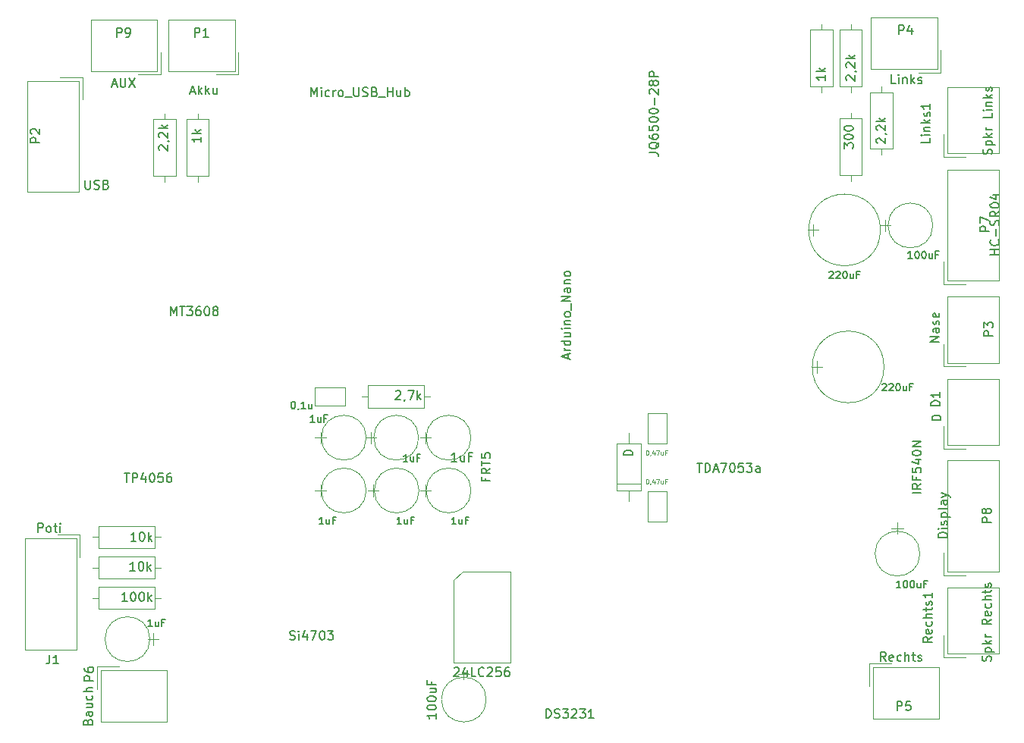
<source format=gbr>
G04 #@! TF.FileFunction,Other,Fab,Top*
%FSLAX46Y46*%
G04 Gerber Fmt 4.6, Leading zero omitted, Abs format (unit mm)*
G04 Created by KiCad (PCBNEW 4.0.6+dfsg1-1) date Sun Jan 14 01:56:40 2018*
%MOMM*%
%LPD*%
G01*
G04 APERTURE LIST*
%ADD10C,0.100000*%
%ADD11C,0.150000*%
%ADD12C,0.125000*%
G04 APERTURE END LIST*
D10*
X154850000Y-117490000D02*
X157550000Y-117490000D01*
X157550000Y-117490000D02*
X157550000Y-112290000D01*
X157550000Y-112290000D02*
X154850000Y-112290000D01*
X154850000Y-112290000D02*
X154850000Y-117490000D01*
X156200000Y-118700000D02*
X156200000Y-117490000D01*
X156200000Y-111080000D02*
X156200000Y-112290000D01*
X154850000Y-116710000D02*
X157550000Y-116710000D01*
X102750000Y-134100000D02*
G75*
G03X102750000Y-134100000I-2500000J0D01*
G01*
X103700000Y-134100000D02*
X102500000Y-134100000D01*
X103100000Y-134750000D02*
X103100000Y-133450000D01*
X188700000Y-124550000D02*
G75*
G03X188700000Y-124550000I-2500000J0D01*
G01*
X186200000Y-121100000D02*
X186200000Y-122300000D01*
X186850000Y-121700000D02*
X185550000Y-121700000D01*
X183150000Y-79340000D02*
X185650000Y-79340000D01*
X185650000Y-79340000D02*
X185650000Y-73040000D01*
X185650000Y-73040000D02*
X183150000Y-73040000D01*
X183150000Y-73040000D02*
X183150000Y-79340000D01*
X184400000Y-80000000D02*
X184400000Y-79340000D01*
X184400000Y-72380000D02*
X184400000Y-73040000D01*
X182250000Y-66060000D02*
X179750000Y-66060000D01*
X179750000Y-66060000D02*
X179750000Y-72360000D01*
X179750000Y-72360000D02*
X182250000Y-72360000D01*
X182250000Y-72360000D02*
X182250000Y-66060000D01*
X181000000Y-65400000D02*
X181000000Y-66060000D01*
X181000000Y-73020000D02*
X181000000Y-72360000D01*
X105650000Y-76060000D02*
X103150000Y-76060000D01*
X103150000Y-76060000D02*
X103150000Y-82360000D01*
X103150000Y-82360000D02*
X105650000Y-82360000D01*
X105650000Y-82360000D02*
X105650000Y-76060000D01*
X104400000Y-75400000D02*
X104400000Y-76060000D01*
X104400000Y-83020000D02*
X104400000Y-82360000D01*
X103340000Y-130750000D02*
X103340000Y-128250000D01*
X103340000Y-128250000D02*
X97040000Y-128250000D01*
X97040000Y-128250000D02*
X97040000Y-130750000D01*
X97040000Y-130750000D02*
X103340000Y-130750000D01*
X104000000Y-129500000D02*
X103340000Y-129500000D01*
X96380000Y-129500000D02*
X97040000Y-129500000D01*
X103340000Y-127350000D02*
X103340000Y-124850000D01*
X103340000Y-124850000D02*
X97040000Y-124850000D01*
X97040000Y-124850000D02*
X97040000Y-127350000D01*
X97040000Y-127350000D02*
X103340000Y-127350000D01*
X104000000Y-126100000D02*
X103340000Y-126100000D01*
X96380000Y-126100000D02*
X97040000Y-126100000D01*
X103340000Y-123950000D02*
X103340000Y-121450000D01*
X103340000Y-121450000D02*
X97040000Y-121450000D01*
X97040000Y-121450000D02*
X97040000Y-123950000D01*
X97040000Y-123950000D02*
X103340000Y-123950000D01*
X104000000Y-122700000D02*
X103340000Y-122700000D01*
X96380000Y-122700000D02*
X97040000Y-122700000D01*
X109350000Y-76060000D02*
X106850000Y-76060000D01*
X106850000Y-76060000D02*
X106850000Y-82360000D01*
X106850000Y-82360000D02*
X109350000Y-82360000D01*
X109350000Y-82360000D02*
X109350000Y-76060000D01*
X108100000Y-75400000D02*
X108100000Y-76060000D01*
X108100000Y-83020000D02*
X108100000Y-82360000D01*
X182250000Y-75960000D02*
X179750000Y-75960000D01*
X179750000Y-75960000D02*
X179750000Y-82260000D01*
X179750000Y-82260000D02*
X182250000Y-82260000D01*
X182250000Y-82260000D02*
X182250000Y-75960000D01*
X181000000Y-75300000D02*
X181000000Y-75960000D01*
X181000000Y-82920000D02*
X181000000Y-82260000D01*
X178950000Y-66060000D02*
X176450000Y-66060000D01*
X176450000Y-66060000D02*
X176450000Y-72360000D01*
X176450000Y-72360000D02*
X178950000Y-72360000D01*
X178950000Y-72360000D02*
X178950000Y-66060000D01*
X177700000Y-65400000D02*
X177700000Y-66060000D01*
X177700000Y-73020000D02*
X177700000Y-72360000D01*
X94550000Y-122850000D02*
X88800000Y-122850000D01*
X88800000Y-122850000D02*
X88800000Y-135250000D01*
X88800000Y-135250000D02*
X94550000Y-135250000D01*
X94550000Y-135250000D02*
X94550000Y-122850000D01*
X94950000Y-124950000D02*
X94950000Y-122450000D01*
X94950000Y-122450000D02*
X92450000Y-122450000D01*
X183450000Y-137250000D02*
X183450000Y-143000000D01*
X183450000Y-143000000D02*
X190850000Y-143000000D01*
X190850000Y-143000000D02*
X190850000Y-137250000D01*
X190850000Y-137250000D02*
X183450000Y-137250000D01*
X185550000Y-136850000D02*
X183050000Y-136850000D01*
X183050000Y-136850000D02*
X183050000Y-139350000D01*
X112250000Y-70650000D02*
X112250000Y-64900000D01*
X112250000Y-64900000D02*
X104850000Y-64900000D01*
X104850000Y-64900000D02*
X104850000Y-70650000D01*
X104850000Y-70650000D02*
X112250000Y-70650000D01*
X110150000Y-71050000D02*
X112650000Y-71050000D01*
X112650000Y-71050000D02*
X112650000Y-68550000D01*
X191750000Y-112450000D02*
X197500000Y-112450000D01*
X197500000Y-112450000D02*
X197500000Y-105050000D01*
X197500000Y-105050000D02*
X191750000Y-105050000D01*
X191750000Y-105050000D02*
X191750000Y-112450000D01*
X191350000Y-110350000D02*
X191350000Y-112850000D01*
X191350000Y-112850000D02*
X193850000Y-112850000D01*
X191750000Y-103250000D02*
X197500000Y-103250000D01*
X197500000Y-103250000D02*
X197500000Y-95850000D01*
X197500000Y-95850000D02*
X191750000Y-95850000D01*
X191750000Y-95850000D02*
X191750000Y-103250000D01*
X191350000Y-101150000D02*
X191350000Y-103650000D01*
X191350000Y-103650000D02*
X193850000Y-103650000D01*
X127060000Y-105750000D02*
X127060000Y-108250000D01*
X127060000Y-108250000D02*
X133360000Y-108250000D01*
X133360000Y-108250000D02*
X133360000Y-105750000D01*
X133360000Y-105750000D02*
X127060000Y-105750000D01*
X126400000Y-107000000D02*
X127060000Y-107000000D01*
X134020000Y-107000000D02*
X133360000Y-107000000D01*
X137635000Y-126530000D02*
X142985000Y-126530000D01*
X142985000Y-126530000D02*
X142985000Y-136690000D01*
X142985000Y-136690000D02*
X136635000Y-136690000D01*
X136635000Y-136690000D02*
X136635000Y-127530000D01*
X136635000Y-127530000D02*
X137635000Y-126530000D01*
X190650000Y-70450000D02*
X190650000Y-64700000D01*
X190650000Y-64700000D02*
X183250000Y-64700000D01*
X183250000Y-64700000D02*
X183250000Y-70450000D01*
X183250000Y-70450000D02*
X190650000Y-70450000D01*
X188550000Y-70850000D02*
X191050000Y-70850000D01*
X191050000Y-70850000D02*
X191050000Y-68350000D01*
X97250000Y-137550000D02*
X97250000Y-143300000D01*
X97250000Y-143300000D02*
X104650000Y-143300000D01*
X104650000Y-143300000D02*
X104650000Y-137550000D01*
X104650000Y-137550000D02*
X97250000Y-137550000D01*
X99350000Y-137150000D02*
X96850000Y-137150000D01*
X96850000Y-137150000D02*
X96850000Y-139650000D01*
X103550000Y-70650000D02*
X103550000Y-64900000D01*
X103550000Y-64900000D02*
X96150000Y-64900000D01*
X96150000Y-64900000D02*
X96150000Y-70650000D01*
X96150000Y-70650000D02*
X103550000Y-70650000D01*
X101450000Y-71050000D02*
X103950000Y-71050000D01*
X103950000Y-71050000D02*
X103950000Y-68550000D01*
X191750000Y-79850000D02*
X197500000Y-79850000D01*
X197500000Y-79850000D02*
X197500000Y-72450000D01*
X197500000Y-72450000D02*
X191750000Y-72450000D01*
X191750000Y-72450000D02*
X191750000Y-79850000D01*
X191350000Y-77750000D02*
X191350000Y-80250000D01*
X191350000Y-80250000D02*
X193850000Y-80250000D01*
X191750000Y-94050000D02*
X197500000Y-94050000D01*
X197500000Y-94050000D02*
X197500000Y-81650000D01*
X197500000Y-81650000D02*
X191750000Y-81650000D01*
X191750000Y-81650000D02*
X191750000Y-94050000D01*
X191350000Y-91950000D02*
X191350000Y-94450000D01*
X191350000Y-94450000D02*
X193850000Y-94450000D01*
X126900000Y-111600000D02*
G75*
G03X126900000Y-111600000I-2500000J0D01*
G01*
X121200000Y-111600000D02*
X122400000Y-111600000D01*
X121800000Y-110950000D02*
X121800000Y-112250000D01*
X158350000Y-112250000D02*
X160450000Y-112250000D01*
X160450000Y-112250000D02*
X160450000Y-108850000D01*
X160450000Y-108850000D02*
X158350000Y-108850000D01*
X158350000Y-108850000D02*
X158350000Y-112250000D01*
X124550000Y-108050000D02*
X124550000Y-105950000D01*
X124550000Y-105950000D02*
X121150000Y-105950000D01*
X121150000Y-105950000D02*
X121150000Y-108050000D01*
X121150000Y-108050000D02*
X124550000Y-108050000D01*
X160450000Y-117550000D02*
X158350000Y-117550000D01*
X158350000Y-117550000D02*
X158350000Y-120950000D01*
X158350000Y-120950000D02*
X160450000Y-120950000D01*
X160450000Y-120950000D02*
X160450000Y-117550000D01*
X94850000Y-71750000D02*
X89100000Y-71750000D01*
X89100000Y-71750000D02*
X89100000Y-84150000D01*
X89100000Y-84150000D02*
X94850000Y-84150000D01*
X94850000Y-84150000D02*
X94850000Y-71750000D01*
X95250000Y-73850000D02*
X95250000Y-71350000D01*
X95250000Y-71350000D02*
X92750000Y-71350000D01*
X191750000Y-126550000D02*
X197500000Y-126550000D01*
X197500000Y-126550000D02*
X197500000Y-114150000D01*
X197500000Y-114150000D02*
X191750000Y-114150000D01*
X191750000Y-114150000D02*
X191750000Y-126550000D01*
X191350000Y-124450000D02*
X191350000Y-126950000D01*
X191350000Y-126950000D02*
X193850000Y-126950000D01*
X184700000Y-103700000D02*
G75*
G03X184700000Y-103700000I-4000000J0D01*
G01*
X176600000Y-103700000D02*
X177800000Y-103700000D01*
X177200000Y-103050000D02*
X177200000Y-104350000D01*
X184300000Y-88400000D02*
G75*
G03X184300000Y-88400000I-4000000J0D01*
G01*
X176200000Y-88400000D02*
X177400000Y-88400000D01*
X176800000Y-87750000D02*
X176800000Y-89050000D01*
X140300000Y-140850000D02*
G75*
G03X140300000Y-140850000I-2500000J0D01*
G01*
X137800000Y-137400000D02*
X137800000Y-138600000D01*
X138450000Y-138000000D02*
X137150000Y-138000000D01*
X126900000Y-117500000D02*
G75*
G03X126900000Y-117500000I-2500000J0D01*
G01*
X121200000Y-117500000D02*
X122400000Y-117500000D01*
X121800000Y-116850000D02*
X121800000Y-118150000D01*
X190150000Y-87900000D02*
G75*
G03X190150000Y-87900000I-2500000J0D01*
G01*
X184200000Y-87900000D02*
X185400000Y-87900000D01*
X184800000Y-87250000D02*
X184800000Y-88550000D01*
X132750000Y-111600000D02*
G75*
G03X132750000Y-111600000I-2500000J0D01*
G01*
X126800000Y-111600000D02*
X128000000Y-111600000D01*
X127400000Y-110950000D02*
X127400000Y-112250000D01*
X138600000Y-117500000D02*
G75*
G03X138600000Y-117500000I-2500000J0D01*
G01*
X132900000Y-117500000D02*
X134100000Y-117500000D01*
X133500000Y-116850000D02*
X133500000Y-118150000D01*
X138600000Y-111600000D02*
G75*
G03X138600000Y-111600000I-2500000J0D01*
G01*
X132900000Y-111600000D02*
X134100000Y-111600000D01*
X133500000Y-110950000D02*
X133500000Y-112250000D01*
X132800000Y-117500000D02*
G75*
G03X132800000Y-117500000I-2500000J0D01*
G01*
X127100000Y-117500000D02*
X128300000Y-117500000D01*
X127700000Y-116850000D02*
X127700000Y-118150000D01*
X191750000Y-135750000D02*
X197500000Y-135750000D01*
X197500000Y-135750000D02*
X197500000Y-128350000D01*
X197500000Y-128350000D02*
X191750000Y-128350000D01*
X191750000Y-128350000D02*
X191750000Y-135750000D01*
X191350000Y-133650000D02*
X191350000Y-136150000D01*
X191350000Y-136150000D02*
X193850000Y-136150000D01*
D11*
X156652381Y-113561905D02*
X155652381Y-113561905D01*
X155652381Y-113323810D01*
X155700000Y-113180952D01*
X155795238Y-113085714D01*
X155890476Y-113038095D01*
X156080952Y-112990476D01*
X156223810Y-112990476D01*
X156414286Y-113038095D01*
X156509524Y-113085714D01*
X156604762Y-113180952D01*
X156652381Y-113323810D01*
X156652381Y-113561905D01*
X103023810Y-132661905D02*
X102566667Y-132661905D01*
X102795238Y-132661905D02*
X102795238Y-131861905D01*
X102719048Y-131976190D01*
X102642857Y-132052381D01*
X102566667Y-132090476D01*
X103709524Y-132128571D02*
X103709524Y-132661905D01*
X103366667Y-132128571D02*
X103366667Y-132547619D01*
X103404762Y-132623810D01*
X103480953Y-132661905D01*
X103595239Y-132661905D01*
X103671429Y-132623810D01*
X103709524Y-132585714D01*
X104357144Y-132242857D02*
X104090477Y-132242857D01*
X104090477Y-132661905D02*
X104090477Y-131861905D01*
X104471430Y-131861905D01*
X186561905Y-128361905D02*
X186104762Y-128361905D01*
X186333333Y-128361905D02*
X186333333Y-127561905D01*
X186257143Y-127676190D01*
X186180952Y-127752381D01*
X186104762Y-127790476D01*
X187057143Y-127561905D02*
X187133334Y-127561905D01*
X187209524Y-127600000D01*
X187247619Y-127638095D01*
X187285715Y-127714286D01*
X187323810Y-127866667D01*
X187323810Y-128057143D01*
X187285715Y-128209524D01*
X187247619Y-128285714D01*
X187209524Y-128323810D01*
X187133334Y-128361905D01*
X187057143Y-128361905D01*
X186980953Y-128323810D01*
X186942857Y-128285714D01*
X186904762Y-128209524D01*
X186866667Y-128057143D01*
X186866667Y-127866667D01*
X186904762Y-127714286D01*
X186942857Y-127638095D01*
X186980953Y-127600000D01*
X187057143Y-127561905D01*
X187819048Y-127561905D02*
X187895239Y-127561905D01*
X187971429Y-127600000D01*
X188009524Y-127638095D01*
X188047620Y-127714286D01*
X188085715Y-127866667D01*
X188085715Y-128057143D01*
X188047620Y-128209524D01*
X188009524Y-128285714D01*
X187971429Y-128323810D01*
X187895239Y-128361905D01*
X187819048Y-128361905D01*
X187742858Y-128323810D01*
X187704762Y-128285714D01*
X187666667Y-128209524D01*
X187628572Y-128057143D01*
X187628572Y-127866667D01*
X187666667Y-127714286D01*
X187704762Y-127638095D01*
X187742858Y-127600000D01*
X187819048Y-127561905D01*
X188771429Y-127828571D02*
X188771429Y-128361905D01*
X188428572Y-127828571D02*
X188428572Y-128247619D01*
X188466667Y-128323810D01*
X188542858Y-128361905D01*
X188657144Y-128361905D01*
X188733334Y-128323810D01*
X188771429Y-128285714D01*
X189419049Y-127942857D02*
X189152382Y-127942857D01*
X189152382Y-128361905D02*
X189152382Y-127561905D01*
X189533335Y-127561905D01*
X188852381Y-117780952D02*
X187852381Y-117780952D01*
X188852381Y-116733333D02*
X188376190Y-117066667D01*
X188852381Y-117304762D02*
X187852381Y-117304762D01*
X187852381Y-116923809D01*
X187900000Y-116828571D01*
X187947619Y-116780952D01*
X188042857Y-116733333D01*
X188185714Y-116733333D01*
X188280952Y-116780952D01*
X188328571Y-116828571D01*
X188376190Y-116923809D01*
X188376190Y-117304762D01*
X188328571Y-115971428D02*
X188328571Y-116304762D01*
X188852381Y-116304762D02*
X187852381Y-116304762D01*
X187852381Y-115828571D01*
X187852381Y-114971428D02*
X187852381Y-115447619D01*
X188328571Y-115495238D01*
X188280952Y-115447619D01*
X188233333Y-115352381D01*
X188233333Y-115114285D01*
X188280952Y-115019047D01*
X188328571Y-114971428D01*
X188423810Y-114923809D01*
X188661905Y-114923809D01*
X188757143Y-114971428D01*
X188804762Y-115019047D01*
X188852381Y-115114285D01*
X188852381Y-115352381D01*
X188804762Y-115447619D01*
X188757143Y-115495238D01*
X188185714Y-114066666D02*
X188852381Y-114066666D01*
X187804762Y-114304762D02*
X188519048Y-114542857D01*
X188519048Y-113923809D01*
X187852381Y-113352381D02*
X187852381Y-113257142D01*
X187900000Y-113161904D01*
X187947619Y-113114285D01*
X188042857Y-113066666D01*
X188233333Y-113019047D01*
X188471429Y-113019047D01*
X188661905Y-113066666D01*
X188757143Y-113114285D01*
X188804762Y-113161904D01*
X188852381Y-113257142D01*
X188852381Y-113352381D01*
X188804762Y-113447619D01*
X188757143Y-113495238D01*
X188661905Y-113542857D01*
X188471429Y-113590476D01*
X188233333Y-113590476D01*
X188042857Y-113542857D01*
X187947619Y-113495238D01*
X187900000Y-113447619D01*
X187852381Y-113352381D01*
X188852381Y-112590476D02*
X187852381Y-112590476D01*
X188852381Y-112019047D01*
X187852381Y-112019047D01*
X183947619Y-78704762D02*
X183900000Y-78657143D01*
X183852381Y-78561905D01*
X183852381Y-78323809D01*
X183900000Y-78228571D01*
X183947619Y-78180952D01*
X184042857Y-78133333D01*
X184138095Y-78133333D01*
X184280952Y-78180952D01*
X184852381Y-78752381D01*
X184852381Y-78133333D01*
X184804762Y-77657143D02*
X184852381Y-77657143D01*
X184947619Y-77704762D01*
X184995238Y-77752381D01*
X183947619Y-77276191D02*
X183900000Y-77228572D01*
X183852381Y-77133334D01*
X183852381Y-76895238D01*
X183900000Y-76800000D01*
X183947619Y-76752381D01*
X184042857Y-76704762D01*
X184138095Y-76704762D01*
X184280952Y-76752381D01*
X184852381Y-77323810D01*
X184852381Y-76704762D01*
X184852381Y-76276191D02*
X183852381Y-76276191D01*
X184471429Y-76180953D02*
X184852381Y-75895238D01*
X184185714Y-75895238D02*
X184566667Y-76276191D01*
X180547619Y-71704762D02*
X180500000Y-71657143D01*
X180452381Y-71561905D01*
X180452381Y-71323809D01*
X180500000Y-71228571D01*
X180547619Y-71180952D01*
X180642857Y-71133333D01*
X180738095Y-71133333D01*
X180880952Y-71180952D01*
X181452381Y-71752381D01*
X181452381Y-71133333D01*
X181404762Y-70657143D02*
X181452381Y-70657143D01*
X181547619Y-70704762D01*
X181595238Y-70752381D01*
X180547619Y-70276191D02*
X180500000Y-70228572D01*
X180452381Y-70133334D01*
X180452381Y-69895238D01*
X180500000Y-69800000D01*
X180547619Y-69752381D01*
X180642857Y-69704762D01*
X180738095Y-69704762D01*
X180880952Y-69752381D01*
X181452381Y-70323810D01*
X181452381Y-69704762D01*
X181452381Y-69276191D02*
X180452381Y-69276191D01*
X181071429Y-69180953D02*
X181452381Y-68895238D01*
X180785714Y-68895238D02*
X181166667Y-69276191D01*
X103847619Y-79504762D02*
X103800000Y-79457143D01*
X103752381Y-79361905D01*
X103752381Y-79123809D01*
X103800000Y-79028571D01*
X103847619Y-78980952D01*
X103942857Y-78933333D01*
X104038095Y-78933333D01*
X104180952Y-78980952D01*
X104752381Y-79552381D01*
X104752381Y-78933333D01*
X104704762Y-78457143D02*
X104752381Y-78457143D01*
X104847619Y-78504762D01*
X104895238Y-78552381D01*
X103847619Y-78076191D02*
X103800000Y-78028572D01*
X103752381Y-77933334D01*
X103752381Y-77695238D01*
X103800000Y-77600000D01*
X103847619Y-77552381D01*
X103942857Y-77504762D01*
X104038095Y-77504762D01*
X104180952Y-77552381D01*
X104752381Y-78123810D01*
X104752381Y-77504762D01*
X104752381Y-77076191D02*
X103752381Y-77076191D01*
X104371429Y-76980953D02*
X104752381Y-76695238D01*
X104085714Y-76695238D02*
X104466667Y-77076191D01*
X100228572Y-129852381D02*
X99657143Y-129852381D01*
X99942857Y-129852381D02*
X99942857Y-128852381D01*
X99847619Y-128995238D01*
X99752381Y-129090476D01*
X99657143Y-129138095D01*
X100847619Y-128852381D02*
X100942858Y-128852381D01*
X101038096Y-128900000D01*
X101085715Y-128947619D01*
X101133334Y-129042857D01*
X101180953Y-129233333D01*
X101180953Y-129471429D01*
X101133334Y-129661905D01*
X101085715Y-129757143D01*
X101038096Y-129804762D01*
X100942858Y-129852381D01*
X100847619Y-129852381D01*
X100752381Y-129804762D01*
X100704762Y-129757143D01*
X100657143Y-129661905D01*
X100609524Y-129471429D01*
X100609524Y-129233333D01*
X100657143Y-129042857D01*
X100704762Y-128947619D01*
X100752381Y-128900000D01*
X100847619Y-128852381D01*
X101800000Y-128852381D02*
X101895239Y-128852381D01*
X101990477Y-128900000D01*
X102038096Y-128947619D01*
X102085715Y-129042857D01*
X102133334Y-129233333D01*
X102133334Y-129471429D01*
X102085715Y-129661905D01*
X102038096Y-129757143D01*
X101990477Y-129804762D01*
X101895239Y-129852381D01*
X101800000Y-129852381D01*
X101704762Y-129804762D01*
X101657143Y-129757143D01*
X101609524Y-129661905D01*
X101561905Y-129471429D01*
X101561905Y-129233333D01*
X101609524Y-129042857D01*
X101657143Y-128947619D01*
X101704762Y-128900000D01*
X101800000Y-128852381D01*
X102561905Y-129852381D02*
X102561905Y-128852381D01*
X102657143Y-129471429D02*
X102942858Y-129852381D01*
X102942858Y-129185714D02*
X102561905Y-129566667D01*
X101104762Y-126452381D02*
X100533333Y-126452381D01*
X100819047Y-126452381D02*
X100819047Y-125452381D01*
X100723809Y-125595238D01*
X100628571Y-125690476D01*
X100533333Y-125738095D01*
X101723809Y-125452381D02*
X101819048Y-125452381D01*
X101914286Y-125500000D01*
X101961905Y-125547619D01*
X102009524Y-125642857D01*
X102057143Y-125833333D01*
X102057143Y-126071429D01*
X102009524Y-126261905D01*
X101961905Y-126357143D01*
X101914286Y-126404762D01*
X101819048Y-126452381D01*
X101723809Y-126452381D01*
X101628571Y-126404762D01*
X101580952Y-126357143D01*
X101533333Y-126261905D01*
X101485714Y-126071429D01*
X101485714Y-125833333D01*
X101533333Y-125642857D01*
X101580952Y-125547619D01*
X101628571Y-125500000D01*
X101723809Y-125452381D01*
X102485714Y-126452381D02*
X102485714Y-125452381D01*
X102580952Y-126071429D02*
X102866667Y-126452381D01*
X102866667Y-125785714D02*
X102485714Y-126166667D01*
X101204762Y-123152381D02*
X100633333Y-123152381D01*
X100919047Y-123152381D02*
X100919047Y-122152381D01*
X100823809Y-122295238D01*
X100728571Y-122390476D01*
X100633333Y-122438095D01*
X101823809Y-122152381D02*
X101919048Y-122152381D01*
X102014286Y-122200000D01*
X102061905Y-122247619D01*
X102109524Y-122342857D01*
X102157143Y-122533333D01*
X102157143Y-122771429D01*
X102109524Y-122961905D01*
X102061905Y-123057143D01*
X102014286Y-123104762D01*
X101919048Y-123152381D01*
X101823809Y-123152381D01*
X101728571Y-123104762D01*
X101680952Y-123057143D01*
X101633333Y-122961905D01*
X101585714Y-122771429D01*
X101585714Y-122533333D01*
X101633333Y-122342857D01*
X101680952Y-122247619D01*
X101728571Y-122200000D01*
X101823809Y-122152381D01*
X102585714Y-123152381D02*
X102585714Y-122152381D01*
X102680952Y-122771429D02*
X102966667Y-123152381D01*
X102966667Y-122485714D02*
X102585714Y-122866667D01*
X108452381Y-78019047D02*
X108452381Y-78590476D01*
X108452381Y-78304762D02*
X107452381Y-78304762D01*
X107595238Y-78400000D01*
X107690476Y-78495238D01*
X107738095Y-78590476D01*
X108452381Y-77590476D02*
X107452381Y-77590476D01*
X108071429Y-77495238D02*
X108452381Y-77209523D01*
X107785714Y-77209523D02*
X108166667Y-77590476D01*
X180252381Y-79285714D02*
X180252381Y-78666666D01*
X180633333Y-79000000D01*
X180633333Y-78857142D01*
X180680952Y-78761904D01*
X180728571Y-78714285D01*
X180823810Y-78666666D01*
X181061905Y-78666666D01*
X181157143Y-78714285D01*
X181204762Y-78761904D01*
X181252381Y-78857142D01*
X181252381Y-79142857D01*
X181204762Y-79238095D01*
X181157143Y-79285714D01*
X180252381Y-78047619D02*
X180252381Y-77952380D01*
X180300000Y-77857142D01*
X180347619Y-77809523D01*
X180442857Y-77761904D01*
X180633333Y-77714285D01*
X180871429Y-77714285D01*
X181061905Y-77761904D01*
X181157143Y-77809523D01*
X181204762Y-77857142D01*
X181252381Y-77952380D01*
X181252381Y-78047619D01*
X181204762Y-78142857D01*
X181157143Y-78190476D01*
X181061905Y-78238095D01*
X180871429Y-78285714D01*
X180633333Y-78285714D01*
X180442857Y-78238095D01*
X180347619Y-78190476D01*
X180300000Y-78142857D01*
X180252381Y-78047619D01*
X180252381Y-77095238D02*
X180252381Y-76999999D01*
X180300000Y-76904761D01*
X180347619Y-76857142D01*
X180442857Y-76809523D01*
X180633333Y-76761904D01*
X180871429Y-76761904D01*
X181061905Y-76809523D01*
X181157143Y-76857142D01*
X181204762Y-76904761D01*
X181252381Y-76999999D01*
X181252381Y-77095238D01*
X181204762Y-77190476D01*
X181157143Y-77238095D01*
X181061905Y-77285714D01*
X180871429Y-77333333D01*
X180633333Y-77333333D01*
X180442857Y-77285714D01*
X180347619Y-77238095D01*
X180300000Y-77190476D01*
X180252381Y-77095238D01*
X178152381Y-71119047D02*
X178152381Y-71690476D01*
X178152381Y-71404762D02*
X177152381Y-71404762D01*
X177295238Y-71500000D01*
X177390476Y-71595238D01*
X177438095Y-71690476D01*
X178152381Y-70690476D02*
X177152381Y-70690476D01*
X177771429Y-70595238D02*
X178152381Y-70309523D01*
X177485714Y-70309523D02*
X177866667Y-70690476D01*
X158476381Y-79749142D02*
X159190667Y-79749142D01*
X159333524Y-79796762D01*
X159428762Y-79892000D01*
X159476381Y-80034857D01*
X159476381Y-80130095D01*
X159571619Y-78606285D02*
X159524000Y-78701523D01*
X159428762Y-78796761D01*
X159285905Y-78939618D01*
X159238286Y-79034857D01*
X159238286Y-79130095D01*
X159476381Y-79082476D02*
X159428762Y-79177714D01*
X159333524Y-79272952D01*
X159143048Y-79320571D01*
X158809714Y-79320571D01*
X158619238Y-79272952D01*
X158524000Y-79177714D01*
X158476381Y-79082476D01*
X158476381Y-78891999D01*
X158524000Y-78796761D01*
X158619238Y-78701523D01*
X158809714Y-78653904D01*
X159143048Y-78653904D01*
X159333524Y-78701523D01*
X159428762Y-78796761D01*
X159476381Y-78891999D01*
X159476381Y-79082476D01*
X158476381Y-77796761D02*
X158476381Y-77987238D01*
X158524000Y-78082476D01*
X158571619Y-78130095D01*
X158714476Y-78225333D01*
X158904952Y-78272952D01*
X159285905Y-78272952D01*
X159381143Y-78225333D01*
X159428762Y-78177714D01*
X159476381Y-78082476D01*
X159476381Y-77891999D01*
X159428762Y-77796761D01*
X159381143Y-77749142D01*
X159285905Y-77701523D01*
X159047810Y-77701523D01*
X158952571Y-77749142D01*
X158904952Y-77796761D01*
X158857333Y-77891999D01*
X158857333Y-78082476D01*
X158904952Y-78177714D01*
X158952571Y-78225333D01*
X159047810Y-78272952D01*
X158476381Y-76796761D02*
X158476381Y-77272952D01*
X158952571Y-77320571D01*
X158904952Y-77272952D01*
X158857333Y-77177714D01*
X158857333Y-76939618D01*
X158904952Y-76844380D01*
X158952571Y-76796761D01*
X159047810Y-76749142D01*
X159285905Y-76749142D01*
X159381143Y-76796761D01*
X159428762Y-76844380D01*
X159476381Y-76939618D01*
X159476381Y-77177714D01*
X159428762Y-77272952D01*
X159381143Y-77320571D01*
X158476381Y-76130095D02*
X158476381Y-76034856D01*
X158524000Y-75939618D01*
X158571619Y-75891999D01*
X158666857Y-75844380D01*
X158857333Y-75796761D01*
X159095429Y-75796761D01*
X159285905Y-75844380D01*
X159381143Y-75891999D01*
X159428762Y-75939618D01*
X159476381Y-76034856D01*
X159476381Y-76130095D01*
X159428762Y-76225333D01*
X159381143Y-76272952D01*
X159285905Y-76320571D01*
X159095429Y-76368190D01*
X158857333Y-76368190D01*
X158666857Y-76320571D01*
X158571619Y-76272952D01*
X158524000Y-76225333D01*
X158476381Y-76130095D01*
X158476381Y-75177714D02*
X158476381Y-75082475D01*
X158524000Y-74987237D01*
X158571619Y-74939618D01*
X158666857Y-74891999D01*
X158857333Y-74844380D01*
X159095429Y-74844380D01*
X159285905Y-74891999D01*
X159381143Y-74939618D01*
X159428762Y-74987237D01*
X159476381Y-75082475D01*
X159476381Y-75177714D01*
X159428762Y-75272952D01*
X159381143Y-75320571D01*
X159285905Y-75368190D01*
X159095429Y-75415809D01*
X158857333Y-75415809D01*
X158666857Y-75368190D01*
X158571619Y-75320571D01*
X158524000Y-75272952D01*
X158476381Y-75177714D01*
X159095429Y-74415809D02*
X159095429Y-73653904D01*
X158571619Y-73225333D02*
X158524000Y-73177714D01*
X158476381Y-73082476D01*
X158476381Y-72844380D01*
X158524000Y-72749142D01*
X158571619Y-72701523D01*
X158666857Y-72653904D01*
X158762095Y-72653904D01*
X158904952Y-72701523D01*
X159476381Y-73272952D01*
X159476381Y-72653904D01*
X158904952Y-72082476D02*
X158857333Y-72177714D01*
X158809714Y-72225333D01*
X158714476Y-72272952D01*
X158666857Y-72272952D01*
X158571619Y-72225333D01*
X158524000Y-72177714D01*
X158476381Y-72082476D01*
X158476381Y-71891999D01*
X158524000Y-71796761D01*
X158571619Y-71749142D01*
X158666857Y-71701523D01*
X158714476Y-71701523D01*
X158809714Y-71749142D01*
X158857333Y-71796761D01*
X158904952Y-71891999D01*
X158904952Y-72082476D01*
X158952571Y-72177714D01*
X159000190Y-72225333D01*
X159095429Y-72272952D01*
X159285905Y-72272952D01*
X159381143Y-72225333D01*
X159428762Y-72177714D01*
X159476381Y-72082476D01*
X159476381Y-71891999D01*
X159428762Y-71796761D01*
X159381143Y-71749142D01*
X159285905Y-71701523D01*
X159095429Y-71701523D01*
X159000190Y-71749142D01*
X158952571Y-71796761D01*
X158904952Y-71891999D01*
X159476381Y-71272952D02*
X158476381Y-71272952D01*
X158476381Y-70891999D01*
X158524000Y-70796761D01*
X158571619Y-70749142D01*
X158666857Y-70701523D01*
X158809714Y-70701523D01*
X158904952Y-70749142D01*
X158952571Y-70796761D01*
X159000190Y-70891999D01*
X159000190Y-71272952D01*
X105080952Y-97962381D02*
X105080952Y-96962381D01*
X105414286Y-97676667D01*
X105747619Y-96962381D01*
X105747619Y-97962381D01*
X106080952Y-96962381D02*
X106652381Y-96962381D01*
X106366666Y-97962381D02*
X106366666Y-96962381D01*
X106890476Y-96962381D02*
X107509524Y-96962381D01*
X107176190Y-97343333D01*
X107319048Y-97343333D01*
X107414286Y-97390952D01*
X107461905Y-97438571D01*
X107509524Y-97533810D01*
X107509524Y-97771905D01*
X107461905Y-97867143D01*
X107414286Y-97914762D01*
X107319048Y-97962381D01*
X107033333Y-97962381D01*
X106938095Y-97914762D01*
X106890476Y-97867143D01*
X108366667Y-96962381D02*
X108176190Y-96962381D01*
X108080952Y-97010000D01*
X108033333Y-97057619D01*
X107938095Y-97200476D01*
X107890476Y-97390952D01*
X107890476Y-97771905D01*
X107938095Y-97867143D01*
X107985714Y-97914762D01*
X108080952Y-97962381D01*
X108271429Y-97962381D01*
X108366667Y-97914762D01*
X108414286Y-97867143D01*
X108461905Y-97771905D01*
X108461905Y-97533810D01*
X108414286Y-97438571D01*
X108366667Y-97390952D01*
X108271429Y-97343333D01*
X108080952Y-97343333D01*
X107985714Y-97390952D01*
X107938095Y-97438571D01*
X107890476Y-97533810D01*
X109080952Y-96962381D02*
X109176191Y-96962381D01*
X109271429Y-97010000D01*
X109319048Y-97057619D01*
X109366667Y-97152857D01*
X109414286Y-97343333D01*
X109414286Y-97581429D01*
X109366667Y-97771905D01*
X109319048Y-97867143D01*
X109271429Y-97914762D01*
X109176191Y-97962381D01*
X109080952Y-97962381D01*
X108985714Y-97914762D01*
X108938095Y-97867143D01*
X108890476Y-97771905D01*
X108842857Y-97581429D01*
X108842857Y-97343333D01*
X108890476Y-97152857D01*
X108938095Y-97057619D01*
X108985714Y-97010000D01*
X109080952Y-96962381D01*
X109985714Y-97390952D02*
X109890476Y-97343333D01*
X109842857Y-97295714D01*
X109795238Y-97200476D01*
X109795238Y-97152857D01*
X109842857Y-97057619D01*
X109890476Y-97010000D01*
X109985714Y-96962381D01*
X110176191Y-96962381D01*
X110271429Y-97010000D01*
X110319048Y-97057619D01*
X110366667Y-97152857D01*
X110366667Y-97200476D01*
X110319048Y-97295714D01*
X110271429Y-97343333D01*
X110176191Y-97390952D01*
X109985714Y-97390952D01*
X109890476Y-97438571D01*
X109842857Y-97486190D01*
X109795238Y-97581429D01*
X109795238Y-97771905D01*
X109842857Y-97867143D01*
X109890476Y-97914762D01*
X109985714Y-97962381D01*
X110176191Y-97962381D01*
X110271429Y-97914762D01*
X110319048Y-97867143D01*
X110366667Y-97771905D01*
X110366667Y-97581429D01*
X110319048Y-97486190D01*
X110271429Y-97438571D01*
X110176191Y-97390952D01*
X90261905Y-122152381D02*
X90261905Y-121152381D01*
X90642858Y-121152381D01*
X90738096Y-121200000D01*
X90785715Y-121247619D01*
X90833334Y-121342857D01*
X90833334Y-121485714D01*
X90785715Y-121580952D01*
X90738096Y-121628571D01*
X90642858Y-121676190D01*
X90261905Y-121676190D01*
X91404762Y-122152381D02*
X91309524Y-122104762D01*
X91261905Y-122057143D01*
X91214286Y-121961905D01*
X91214286Y-121676190D01*
X91261905Y-121580952D01*
X91309524Y-121533333D01*
X91404762Y-121485714D01*
X91547620Y-121485714D01*
X91642858Y-121533333D01*
X91690477Y-121580952D01*
X91738096Y-121676190D01*
X91738096Y-121961905D01*
X91690477Y-122057143D01*
X91642858Y-122104762D01*
X91547620Y-122152381D01*
X91404762Y-122152381D01*
X92023810Y-121485714D02*
X92404762Y-121485714D01*
X92166667Y-121152381D02*
X92166667Y-122009524D01*
X92214286Y-122104762D01*
X92309524Y-122152381D01*
X92404762Y-122152381D01*
X92738096Y-122152381D02*
X92738096Y-121485714D01*
X92738096Y-121152381D02*
X92690477Y-121200000D01*
X92738096Y-121247619D01*
X92785715Y-121200000D01*
X92738096Y-121152381D01*
X92738096Y-121247619D01*
X91566667Y-135852381D02*
X91566667Y-136566667D01*
X91519047Y-136709524D01*
X91423809Y-136804762D01*
X91280952Y-136852381D01*
X91185714Y-136852381D01*
X92566667Y-136852381D02*
X91995238Y-136852381D01*
X92280952Y-136852381D02*
X92280952Y-135852381D01*
X92185714Y-135995238D01*
X92090476Y-136090476D01*
X91995238Y-136138095D01*
X184909524Y-136552381D02*
X184576190Y-136076190D01*
X184338095Y-136552381D02*
X184338095Y-135552381D01*
X184719048Y-135552381D01*
X184814286Y-135600000D01*
X184861905Y-135647619D01*
X184909524Y-135742857D01*
X184909524Y-135885714D01*
X184861905Y-135980952D01*
X184814286Y-136028571D01*
X184719048Y-136076190D01*
X184338095Y-136076190D01*
X185719048Y-136504762D02*
X185623810Y-136552381D01*
X185433333Y-136552381D01*
X185338095Y-136504762D01*
X185290476Y-136409524D01*
X185290476Y-136028571D01*
X185338095Y-135933333D01*
X185433333Y-135885714D01*
X185623810Y-135885714D01*
X185719048Y-135933333D01*
X185766667Y-136028571D01*
X185766667Y-136123810D01*
X185290476Y-136219048D01*
X186623810Y-136504762D02*
X186528572Y-136552381D01*
X186338095Y-136552381D01*
X186242857Y-136504762D01*
X186195238Y-136457143D01*
X186147619Y-136361905D01*
X186147619Y-136076190D01*
X186195238Y-135980952D01*
X186242857Y-135933333D01*
X186338095Y-135885714D01*
X186528572Y-135885714D01*
X186623810Y-135933333D01*
X187052381Y-136552381D02*
X187052381Y-135552381D01*
X187480953Y-136552381D02*
X187480953Y-136028571D01*
X187433334Y-135933333D01*
X187338096Y-135885714D01*
X187195238Y-135885714D01*
X187100000Y-135933333D01*
X187052381Y-135980952D01*
X187814286Y-135885714D02*
X188195238Y-135885714D01*
X187957143Y-135552381D02*
X187957143Y-136409524D01*
X188004762Y-136504762D01*
X188100000Y-136552381D01*
X188195238Y-136552381D01*
X188480953Y-136504762D02*
X188576191Y-136552381D01*
X188766667Y-136552381D01*
X188861906Y-136504762D01*
X188909525Y-136409524D01*
X188909525Y-136361905D01*
X188861906Y-136266667D01*
X188766667Y-136219048D01*
X188623810Y-136219048D01*
X188528572Y-136171429D01*
X188480953Y-136076190D01*
X188480953Y-136028571D01*
X188528572Y-135933333D01*
X188623810Y-135885714D01*
X188766667Y-135885714D01*
X188861906Y-135933333D01*
X186161905Y-142052381D02*
X186161905Y-141052381D01*
X186542858Y-141052381D01*
X186638096Y-141100000D01*
X186685715Y-141147619D01*
X186733334Y-141242857D01*
X186733334Y-141385714D01*
X186685715Y-141480952D01*
X186638096Y-141528571D01*
X186542858Y-141576190D01*
X186161905Y-141576190D01*
X187638096Y-141052381D02*
X187161905Y-141052381D01*
X187114286Y-141528571D01*
X187161905Y-141480952D01*
X187257143Y-141433333D01*
X187495239Y-141433333D01*
X187590477Y-141480952D01*
X187638096Y-141528571D01*
X187685715Y-141623810D01*
X187685715Y-141861905D01*
X187638096Y-141957143D01*
X187590477Y-142004762D01*
X187495239Y-142052381D01*
X187257143Y-142052381D01*
X187161905Y-142004762D01*
X187114286Y-141957143D01*
X107300000Y-72966667D02*
X107776191Y-72966667D01*
X107204762Y-73252381D02*
X107538095Y-72252381D01*
X107871429Y-73252381D01*
X108204762Y-73252381D02*
X108204762Y-72252381D01*
X108300000Y-72871429D02*
X108585715Y-73252381D01*
X108585715Y-72585714D02*
X108204762Y-72966667D01*
X109014286Y-73252381D02*
X109014286Y-72252381D01*
X109109524Y-72871429D02*
X109395239Y-73252381D01*
X109395239Y-72585714D02*
X109014286Y-72966667D01*
X110252382Y-72585714D02*
X110252382Y-73252381D01*
X109823810Y-72585714D02*
X109823810Y-73109524D01*
X109871429Y-73204762D01*
X109966667Y-73252381D01*
X110109525Y-73252381D01*
X110204763Y-73204762D01*
X110252382Y-73157143D01*
X107761905Y-66852381D02*
X107761905Y-65852381D01*
X108142858Y-65852381D01*
X108238096Y-65900000D01*
X108285715Y-65947619D01*
X108333334Y-66042857D01*
X108333334Y-66185714D01*
X108285715Y-66280952D01*
X108238096Y-66328571D01*
X108142858Y-66376190D01*
X107761905Y-66376190D01*
X109285715Y-66852381D02*
X108714286Y-66852381D01*
X109000000Y-66852381D02*
X109000000Y-65852381D01*
X108904762Y-65995238D01*
X108809524Y-66090476D01*
X108714286Y-66138095D01*
X149416667Y-102757143D02*
X149416667Y-102280952D01*
X149702381Y-102852381D02*
X148702381Y-102519048D01*
X149702381Y-102185714D01*
X149702381Y-101852381D02*
X149035714Y-101852381D01*
X149226190Y-101852381D02*
X149130952Y-101804762D01*
X149083333Y-101757143D01*
X149035714Y-101661905D01*
X149035714Y-101566666D01*
X149702381Y-100804761D02*
X148702381Y-100804761D01*
X149654762Y-100804761D02*
X149702381Y-100899999D01*
X149702381Y-101090476D01*
X149654762Y-101185714D01*
X149607143Y-101233333D01*
X149511905Y-101280952D01*
X149226190Y-101280952D01*
X149130952Y-101233333D01*
X149083333Y-101185714D01*
X149035714Y-101090476D01*
X149035714Y-100899999D01*
X149083333Y-100804761D01*
X149035714Y-99899999D02*
X149702381Y-99899999D01*
X149035714Y-100328571D02*
X149559524Y-100328571D01*
X149654762Y-100280952D01*
X149702381Y-100185714D01*
X149702381Y-100042856D01*
X149654762Y-99947618D01*
X149607143Y-99899999D01*
X149702381Y-99423809D02*
X149035714Y-99423809D01*
X148702381Y-99423809D02*
X148750000Y-99471428D01*
X148797619Y-99423809D01*
X148750000Y-99376190D01*
X148702381Y-99423809D01*
X148797619Y-99423809D01*
X149035714Y-98947619D02*
X149702381Y-98947619D01*
X149130952Y-98947619D02*
X149083333Y-98900000D01*
X149035714Y-98804762D01*
X149035714Y-98661904D01*
X149083333Y-98566666D01*
X149178571Y-98519047D01*
X149702381Y-98519047D01*
X149702381Y-97900000D02*
X149654762Y-97995238D01*
X149607143Y-98042857D01*
X149511905Y-98090476D01*
X149226190Y-98090476D01*
X149130952Y-98042857D01*
X149083333Y-97995238D01*
X149035714Y-97900000D01*
X149035714Y-97757142D01*
X149083333Y-97661904D01*
X149130952Y-97614285D01*
X149226190Y-97566666D01*
X149511905Y-97566666D01*
X149607143Y-97614285D01*
X149654762Y-97661904D01*
X149702381Y-97757142D01*
X149702381Y-97900000D01*
X149797619Y-97376190D02*
X149797619Y-96614285D01*
X149702381Y-96376190D02*
X148702381Y-96376190D01*
X149702381Y-95804761D01*
X148702381Y-95804761D01*
X149702381Y-94899999D02*
X149178571Y-94899999D01*
X149083333Y-94947618D01*
X149035714Y-95042856D01*
X149035714Y-95233333D01*
X149083333Y-95328571D01*
X149654762Y-94899999D02*
X149702381Y-94995237D01*
X149702381Y-95233333D01*
X149654762Y-95328571D01*
X149559524Y-95376190D01*
X149464286Y-95376190D01*
X149369048Y-95328571D01*
X149321429Y-95233333D01*
X149321429Y-94995237D01*
X149273810Y-94899999D01*
X149035714Y-94423809D02*
X149702381Y-94423809D01*
X149130952Y-94423809D02*
X149083333Y-94376190D01*
X149035714Y-94280952D01*
X149035714Y-94138094D01*
X149083333Y-94042856D01*
X149178571Y-93995237D01*
X149702381Y-93995237D01*
X149702381Y-93376190D02*
X149654762Y-93471428D01*
X149607143Y-93519047D01*
X149511905Y-93566666D01*
X149226190Y-93566666D01*
X149130952Y-93519047D01*
X149083333Y-93471428D01*
X149035714Y-93376190D01*
X149035714Y-93233332D01*
X149083333Y-93138094D01*
X149130952Y-93090475D01*
X149226190Y-93042856D01*
X149511905Y-93042856D01*
X149607143Y-93090475D01*
X149654762Y-93138094D01*
X149702381Y-93233332D01*
X149702381Y-93376190D01*
X191052381Y-109661905D02*
X190052381Y-109661905D01*
X190052381Y-109423810D01*
X190100000Y-109280952D01*
X190195238Y-109185714D01*
X190290476Y-109138095D01*
X190480952Y-109090476D01*
X190623810Y-109090476D01*
X190814286Y-109138095D01*
X190909524Y-109185714D01*
X191004762Y-109280952D01*
X191052381Y-109423810D01*
X191052381Y-109661905D01*
X190952381Y-108038095D02*
X189952381Y-108038095D01*
X189952381Y-107800000D01*
X190000000Y-107657142D01*
X190095238Y-107561904D01*
X190190476Y-107514285D01*
X190380952Y-107466666D01*
X190523810Y-107466666D01*
X190714286Y-107514285D01*
X190809524Y-107561904D01*
X190904762Y-107657142D01*
X190952381Y-107800000D01*
X190952381Y-108038095D01*
X190952381Y-106514285D02*
X190952381Y-107085714D01*
X190952381Y-106800000D02*
X189952381Y-106800000D01*
X190095238Y-106895238D01*
X190190476Y-106990476D01*
X190238095Y-107085714D01*
X118371429Y-134120762D02*
X118514286Y-134168381D01*
X118752382Y-134168381D01*
X118847620Y-134120762D01*
X118895239Y-134073143D01*
X118942858Y-133977905D01*
X118942858Y-133882667D01*
X118895239Y-133787429D01*
X118847620Y-133739810D01*
X118752382Y-133692190D01*
X118561905Y-133644571D01*
X118466667Y-133596952D01*
X118419048Y-133549333D01*
X118371429Y-133454095D01*
X118371429Y-133358857D01*
X118419048Y-133263619D01*
X118466667Y-133216000D01*
X118561905Y-133168381D01*
X118800001Y-133168381D01*
X118942858Y-133216000D01*
X119371429Y-134168381D02*
X119371429Y-133501714D01*
X119371429Y-133168381D02*
X119323810Y-133216000D01*
X119371429Y-133263619D01*
X119419048Y-133216000D01*
X119371429Y-133168381D01*
X119371429Y-133263619D01*
X120276191Y-133501714D02*
X120276191Y-134168381D01*
X120038095Y-133120762D02*
X119800000Y-133835048D01*
X120419048Y-133835048D01*
X120704762Y-133168381D02*
X121371429Y-133168381D01*
X120942857Y-134168381D01*
X121942857Y-133168381D02*
X122038096Y-133168381D01*
X122133334Y-133216000D01*
X122180953Y-133263619D01*
X122228572Y-133358857D01*
X122276191Y-133549333D01*
X122276191Y-133787429D01*
X122228572Y-133977905D01*
X122180953Y-134073143D01*
X122133334Y-134120762D01*
X122038096Y-134168381D01*
X121942857Y-134168381D01*
X121847619Y-134120762D01*
X121800000Y-134073143D01*
X121752381Y-133977905D01*
X121704762Y-133787429D01*
X121704762Y-133549333D01*
X121752381Y-133358857D01*
X121800000Y-133263619D01*
X121847619Y-133216000D01*
X121942857Y-133168381D01*
X122609524Y-133168381D02*
X123228572Y-133168381D01*
X122895238Y-133549333D01*
X123038096Y-133549333D01*
X123133334Y-133596952D01*
X123180953Y-133644571D01*
X123228572Y-133739810D01*
X123228572Y-133977905D01*
X123180953Y-134073143D01*
X123133334Y-134120762D01*
X123038096Y-134168381D01*
X122752381Y-134168381D01*
X122657143Y-134120762D01*
X122609524Y-134073143D01*
X99909524Y-115562381D02*
X100480953Y-115562381D01*
X100195238Y-116562381D02*
X100195238Y-115562381D01*
X100814286Y-116562381D02*
X100814286Y-115562381D01*
X101195239Y-115562381D01*
X101290477Y-115610000D01*
X101338096Y-115657619D01*
X101385715Y-115752857D01*
X101385715Y-115895714D01*
X101338096Y-115990952D01*
X101290477Y-116038571D01*
X101195239Y-116086190D01*
X100814286Y-116086190D01*
X102242858Y-115895714D02*
X102242858Y-116562381D01*
X102004762Y-115514762D02*
X101766667Y-116229048D01*
X102385715Y-116229048D01*
X102957143Y-115562381D02*
X103052382Y-115562381D01*
X103147620Y-115610000D01*
X103195239Y-115657619D01*
X103242858Y-115752857D01*
X103290477Y-115943333D01*
X103290477Y-116181429D01*
X103242858Y-116371905D01*
X103195239Y-116467143D01*
X103147620Y-116514762D01*
X103052382Y-116562381D01*
X102957143Y-116562381D01*
X102861905Y-116514762D01*
X102814286Y-116467143D01*
X102766667Y-116371905D01*
X102719048Y-116181429D01*
X102719048Y-115943333D01*
X102766667Y-115752857D01*
X102814286Y-115657619D01*
X102861905Y-115610000D01*
X102957143Y-115562381D01*
X104195239Y-115562381D02*
X103719048Y-115562381D01*
X103671429Y-116038571D01*
X103719048Y-115990952D01*
X103814286Y-115943333D01*
X104052382Y-115943333D01*
X104147620Y-115990952D01*
X104195239Y-116038571D01*
X104242858Y-116133810D01*
X104242858Y-116371905D01*
X104195239Y-116467143D01*
X104147620Y-116514762D01*
X104052382Y-116562381D01*
X103814286Y-116562381D01*
X103719048Y-116514762D01*
X103671429Y-116467143D01*
X105100001Y-115562381D02*
X104909524Y-115562381D01*
X104814286Y-115610000D01*
X104766667Y-115657619D01*
X104671429Y-115800476D01*
X104623810Y-115990952D01*
X104623810Y-116371905D01*
X104671429Y-116467143D01*
X104719048Y-116514762D01*
X104814286Y-116562381D01*
X105004763Y-116562381D01*
X105100001Y-116514762D01*
X105147620Y-116467143D01*
X105195239Y-116371905D01*
X105195239Y-116133810D01*
X105147620Y-116038571D01*
X105100001Y-115990952D01*
X105004763Y-115943333D01*
X104814286Y-115943333D01*
X104719048Y-115990952D01*
X104671429Y-116038571D01*
X104623810Y-116133810D01*
X163828571Y-114452381D02*
X164400000Y-114452381D01*
X164114285Y-115452381D02*
X164114285Y-114452381D01*
X164733333Y-115452381D02*
X164733333Y-114452381D01*
X164971428Y-114452381D01*
X165114286Y-114500000D01*
X165209524Y-114595238D01*
X165257143Y-114690476D01*
X165304762Y-114880952D01*
X165304762Y-115023810D01*
X165257143Y-115214286D01*
X165209524Y-115309524D01*
X165114286Y-115404762D01*
X164971428Y-115452381D01*
X164733333Y-115452381D01*
X165685714Y-115166667D02*
X166161905Y-115166667D01*
X165590476Y-115452381D02*
X165923809Y-114452381D01*
X166257143Y-115452381D01*
X166495238Y-114452381D02*
X167161905Y-114452381D01*
X166733333Y-115452381D01*
X167733333Y-114452381D02*
X167828572Y-114452381D01*
X167923810Y-114500000D01*
X167971429Y-114547619D01*
X168019048Y-114642857D01*
X168066667Y-114833333D01*
X168066667Y-115071429D01*
X168019048Y-115261905D01*
X167971429Y-115357143D01*
X167923810Y-115404762D01*
X167828572Y-115452381D01*
X167733333Y-115452381D01*
X167638095Y-115404762D01*
X167590476Y-115357143D01*
X167542857Y-115261905D01*
X167495238Y-115071429D01*
X167495238Y-114833333D01*
X167542857Y-114642857D01*
X167590476Y-114547619D01*
X167638095Y-114500000D01*
X167733333Y-114452381D01*
X168971429Y-114452381D02*
X168495238Y-114452381D01*
X168447619Y-114928571D01*
X168495238Y-114880952D01*
X168590476Y-114833333D01*
X168828572Y-114833333D01*
X168923810Y-114880952D01*
X168971429Y-114928571D01*
X169019048Y-115023810D01*
X169019048Y-115261905D01*
X168971429Y-115357143D01*
X168923810Y-115404762D01*
X168828572Y-115452381D01*
X168590476Y-115452381D01*
X168495238Y-115404762D01*
X168447619Y-115357143D01*
X169352381Y-114452381D02*
X169971429Y-114452381D01*
X169638095Y-114833333D01*
X169780953Y-114833333D01*
X169876191Y-114880952D01*
X169923810Y-114928571D01*
X169971429Y-115023810D01*
X169971429Y-115261905D01*
X169923810Y-115357143D01*
X169876191Y-115404762D01*
X169780953Y-115452381D01*
X169495238Y-115452381D01*
X169400000Y-115404762D01*
X169352381Y-115357143D01*
X170828572Y-115452381D02*
X170828572Y-114928571D01*
X170780953Y-114833333D01*
X170685715Y-114785714D01*
X170495238Y-114785714D01*
X170400000Y-114833333D01*
X170828572Y-115404762D02*
X170733334Y-115452381D01*
X170495238Y-115452381D01*
X170400000Y-115404762D01*
X170352381Y-115309524D01*
X170352381Y-115214286D01*
X170400000Y-115119048D01*
X170495238Y-115071429D01*
X170733334Y-115071429D01*
X170828572Y-115023810D01*
X190852381Y-100871429D02*
X189852381Y-100871429D01*
X190852381Y-100300000D01*
X189852381Y-100300000D01*
X190852381Y-99395238D02*
X190328571Y-99395238D01*
X190233333Y-99442857D01*
X190185714Y-99538095D01*
X190185714Y-99728572D01*
X190233333Y-99823810D01*
X190804762Y-99395238D02*
X190852381Y-99490476D01*
X190852381Y-99728572D01*
X190804762Y-99823810D01*
X190709524Y-99871429D01*
X190614286Y-99871429D01*
X190519048Y-99823810D01*
X190471429Y-99728572D01*
X190471429Y-99490476D01*
X190423810Y-99395238D01*
X190804762Y-98966667D02*
X190852381Y-98871429D01*
X190852381Y-98680953D01*
X190804762Y-98585714D01*
X190709524Y-98538095D01*
X190661905Y-98538095D01*
X190566667Y-98585714D01*
X190519048Y-98680953D01*
X190519048Y-98823810D01*
X190471429Y-98919048D01*
X190376190Y-98966667D01*
X190328571Y-98966667D01*
X190233333Y-98919048D01*
X190185714Y-98823810D01*
X190185714Y-98680953D01*
X190233333Y-98585714D01*
X190804762Y-97728571D02*
X190852381Y-97823809D01*
X190852381Y-98014286D01*
X190804762Y-98109524D01*
X190709524Y-98157143D01*
X190328571Y-98157143D01*
X190233333Y-98109524D01*
X190185714Y-98014286D01*
X190185714Y-97823809D01*
X190233333Y-97728571D01*
X190328571Y-97680952D01*
X190423810Y-97680952D01*
X190519048Y-98157143D01*
X196852381Y-100238095D02*
X195852381Y-100238095D01*
X195852381Y-99857142D01*
X195900000Y-99761904D01*
X195947619Y-99714285D01*
X196042857Y-99666666D01*
X196185714Y-99666666D01*
X196280952Y-99714285D01*
X196328571Y-99761904D01*
X196376190Y-99857142D01*
X196376190Y-100238095D01*
X195852381Y-99333333D02*
X195852381Y-98714285D01*
X196233333Y-99047619D01*
X196233333Y-98904761D01*
X196280952Y-98809523D01*
X196328571Y-98761904D01*
X196423810Y-98714285D01*
X196661905Y-98714285D01*
X196757143Y-98761904D01*
X196804762Y-98809523D01*
X196852381Y-98904761D01*
X196852381Y-99190476D01*
X196804762Y-99285714D01*
X196757143Y-99333333D01*
X130195238Y-106447619D02*
X130242857Y-106400000D01*
X130338095Y-106352381D01*
X130576191Y-106352381D01*
X130671429Y-106400000D01*
X130719048Y-106447619D01*
X130766667Y-106542857D01*
X130766667Y-106638095D01*
X130719048Y-106780952D01*
X130147619Y-107352381D01*
X130766667Y-107352381D01*
X131242857Y-107304762D02*
X131242857Y-107352381D01*
X131195238Y-107447619D01*
X131147619Y-107495238D01*
X131576190Y-106352381D02*
X132242857Y-106352381D01*
X131814285Y-107352381D01*
X132623809Y-107352381D02*
X132623809Y-106352381D01*
X132719047Y-106971429D02*
X133004762Y-107352381D01*
X133004762Y-106685714D02*
X132623809Y-107066667D01*
X136714762Y-137357619D02*
X136762381Y-137310000D01*
X136857619Y-137262381D01*
X137095715Y-137262381D01*
X137190953Y-137310000D01*
X137238572Y-137357619D01*
X137286191Y-137452857D01*
X137286191Y-137548095D01*
X137238572Y-137690952D01*
X136667143Y-138262381D01*
X137286191Y-138262381D01*
X138143334Y-137595714D02*
X138143334Y-138262381D01*
X137905238Y-137214762D02*
X137667143Y-137929048D01*
X138286191Y-137929048D01*
X139143334Y-138262381D02*
X138667143Y-138262381D01*
X138667143Y-137262381D01*
X140048096Y-138167143D02*
X140000477Y-138214762D01*
X139857620Y-138262381D01*
X139762382Y-138262381D01*
X139619524Y-138214762D01*
X139524286Y-138119524D01*
X139476667Y-138024286D01*
X139429048Y-137833810D01*
X139429048Y-137690952D01*
X139476667Y-137500476D01*
X139524286Y-137405238D01*
X139619524Y-137310000D01*
X139762382Y-137262381D01*
X139857620Y-137262381D01*
X140000477Y-137310000D01*
X140048096Y-137357619D01*
X140429048Y-137357619D02*
X140476667Y-137310000D01*
X140571905Y-137262381D01*
X140810001Y-137262381D01*
X140905239Y-137310000D01*
X140952858Y-137357619D01*
X141000477Y-137452857D01*
X141000477Y-137548095D01*
X140952858Y-137690952D01*
X140381429Y-138262381D01*
X141000477Y-138262381D01*
X141905239Y-137262381D02*
X141429048Y-137262381D01*
X141381429Y-137738571D01*
X141429048Y-137690952D01*
X141524286Y-137643333D01*
X141762382Y-137643333D01*
X141857620Y-137690952D01*
X141905239Y-137738571D01*
X141952858Y-137833810D01*
X141952858Y-138071905D01*
X141905239Y-138167143D01*
X141857620Y-138214762D01*
X141762382Y-138262381D01*
X141524286Y-138262381D01*
X141429048Y-138214762D01*
X141381429Y-138167143D01*
X142810001Y-137262381D02*
X142619524Y-137262381D01*
X142524286Y-137310000D01*
X142476667Y-137357619D01*
X142381429Y-137500476D01*
X142333810Y-137690952D01*
X142333810Y-138071905D01*
X142381429Y-138167143D01*
X142429048Y-138214762D01*
X142524286Y-138262381D01*
X142714763Y-138262381D01*
X142810001Y-138214762D01*
X142857620Y-138167143D01*
X142905239Y-138071905D01*
X142905239Y-137833810D01*
X142857620Y-137738571D01*
X142810001Y-137690952D01*
X142714763Y-137643333D01*
X142524286Y-137643333D01*
X142429048Y-137690952D01*
X142381429Y-137738571D01*
X142333810Y-137833810D01*
X140228571Y-116114285D02*
X140228571Y-116447619D01*
X140752381Y-116447619D02*
X139752381Y-116447619D01*
X139752381Y-115971428D01*
X140752381Y-115019047D02*
X140276190Y-115352381D01*
X140752381Y-115590476D02*
X139752381Y-115590476D01*
X139752381Y-115209523D01*
X139800000Y-115114285D01*
X139847619Y-115066666D01*
X139942857Y-115019047D01*
X140085714Y-115019047D01*
X140180952Y-115066666D01*
X140228571Y-115114285D01*
X140276190Y-115209523D01*
X140276190Y-115590476D01*
X139752381Y-114733333D02*
X139752381Y-114161904D01*
X140752381Y-114447619D02*
X139752381Y-114447619D01*
X139752381Y-113352380D02*
X139752381Y-113828571D01*
X140228571Y-113876190D01*
X140180952Y-113828571D01*
X140133333Y-113733333D01*
X140133333Y-113495237D01*
X140180952Y-113399999D01*
X140228571Y-113352380D01*
X140323810Y-113304761D01*
X140561905Y-113304761D01*
X140657143Y-113352380D01*
X140704762Y-113399999D01*
X140752381Y-113495237D01*
X140752381Y-113733333D01*
X140704762Y-113828571D01*
X140657143Y-113876190D01*
X186009524Y-72052381D02*
X185533333Y-72052381D01*
X185533333Y-71052381D01*
X186342857Y-72052381D02*
X186342857Y-71385714D01*
X186342857Y-71052381D02*
X186295238Y-71100000D01*
X186342857Y-71147619D01*
X186390476Y-71100000D01*
X186342857Y-71052381D01*
X186342857Y-71147619D01*
X186819047Y-71385714D02*
X186819047Y-72052381D01*
X186819047Y-71480952D02*
X186866666Y-71433333D01*
X186961904Y-71385714D01*
X187104762Y-71385714D01*
X187200000Y-71433333D01*
X187247619Y-71528571D01*
X187247619Y-72052381D01*
X187723809Y-72052381D02*
X187723809Y-71052381D01*
X187819047Y-71671429D02*
X188104762Y-72052381D01*
X188104762Y-71385714D02*
X187723809Y-71766667D01*
X188485714Y-72004762D02*
X188580952Y-72052381D01*
X188771428Y-72052381D01*
X188866667Y-72004762D01*
X188914286Y-71909524D01*
X188914286Y-71861905D01*
X188866667Y-71766667D01*
X188771428Y-71719048D01*
X188628571Y-71719048D01*
X188533333Y-71671429D01*
X188485714Y-71576190D01*
X188485714Y-71528571D01*
X188533333Y-71433333D01*
X188628571Y-71385714D01*
X188771428Y-71385714D01*
X188866667Y-71433333D01*
X186361905Y-66552381D02*
X186361905Y-65552381D01*
X186742858Y-65552381D01*
X186838096Y-65600000D01*
X186885715Y-65647619D01*
X186933334Y-65742857D01*
X186933334Y-65885714D01*
X186885715Y-65980952D01*
X186838096Y-66028571D01*
X186742858Y-66076190D01*
X186361905Y-66076190D01*
X187790477Y-65885714D02*
X187790477Y-66552381D01*
X187552381Y-65504762D02*
X187314286Y-66219048D01*
X187933334Y-66219048D01*
X95828571Y-143314285D02*
X95876190Y-143171428D01*
X95923810Y-143123809D01*
X96019048Y-143076190D01*
X96161905Y-143076190D01*
X96257143Y-143123809D01*
X96304762Y-143171428D01*
X96352381Y-143266666D01*
X96352381Y-143647619D01*
X95352381Y-143647619D01*
X95352381Y-143314285D01*
X95400000Y-143219047D01*
X95447619Y-143171428D01*
X95542857Y-143123809D01*
X95638095Y-143123809D01*
X95733333Y-143171428D01*
X95780952Y-143219047D01*
X95828571Y-143314285D01*
X95828571Y-143647619D01*
X96352381Y-142219047D02*
X95828571Y-142219047D01*
X95733333Y-142266666D01*
X95685714Y-142361904D01*
X95685714Y-142552381D01*
X95733333Y-142647619D01*
X96304762Y-142219047D02*
X96352381Y-142314285D01*
X96352381Y-142552381D01*
X96304762Y-142647619D01*
X96209524Y-142695238D01*
X96114286Y-142695238D01*
X96019048Y-142647619D01*
X95971429Y-142552381D01*
X95971429Y-142314285D01*
X95923810Y-142219047D01*
X95685714Y-141314285D02*
X96352381Y-141314285D01*
X95685714Y-141742857D02*
X96209524Y-141742857D01*
X96304762Y-141695238D01*
X96352381Y-141600000D01*
X96352381Y-141457142D01*
X96304762Y-141361904D01*
X96257143Y-141314285D01*
X96304762Y-140409523D02*
X96352381Y-140504761D01*
X96352381Y-140695238D01*
X96304762Y-140790476D01*
X96257143Y-140838095D01*
X96161905Y-140885714D01*
X95876190Y-140885714D01*
X95780952Y-140838095D01*
X95733333Y-140790476D01*
X95685714Y-140695238D01*
X95685714Y-140504761D01*
X95733333Y-140409523D01*
X96352381Y-139980952D02*
X95352381Y-139980952D01*
X96352381Y-139552380D02*
X95828571Y-139552380D01*
X95733333Y-139599999D01*
X95685714Y-139695237D01*
X95685714Y-139838095D01*
X95733333Y-139933333D01*
X95780952Y-139980952D01*
X96452381Y-138738095D02*
X95452381Y-138738095D01*
X95452381Y-138357142D01*
X95500000Y-138261904D01*
X95547619Y-138214285D01*
X95642857Y-138166666D01*
X95785714Y-138166666D01*
X95880952Y-138214285D01*
X95928571Y-138261904D01*
X95976190Y-138357142D01*
X95976190Y-138738095D01*
X95452381Y-137309523D02*
X95452381Y-137500000D01*
X95500000Y-137595238D01*
X95547619Y-137642857D01*
X95690476Y-137738095D01*
X95880952Y-137785714D01*
X96261905Y-137785714D01*
X96357143Y-137738095D01*
X96404762Y-137690476D01*
X96452381Y-137595238D01*
X96452381Y-137404761D01*
X96404762Y-137309523D01*
X96357143Y-137261904D01*
X96261905Y-137214285D01*
X96023810Y-137214285D01*
X95928571Y-137261904D01*
X95880952Y-137309523D01*
X95833333Y-137404761D01*
X95833333Y-137595238D01*
X95880952Y-137690476D01*
X95928571Y-137738095D01*
X96023810Y-137785714D01*
X98561905Y-72166667D02*
X99038096Y-72166667D01*
X98466667Y-72452381D02*
X98800000Y-71452381D01*
X99133334Y-72452381D01*
X99466667Y-71452381D02*
X99466667Y-72261905D01*
X99514286Y-72357143D01*
X99561905Y-72404762D01*
X99657143Y-72452381D01*
X99847620Y-72452381D01*
X99942858Y-72404762D01*
X99990477Y-72357143D01*
X100038096Y-72261905D01*
X100038096Y-71452381D01*
X100419048Y-71452381D02*
X101085715Y-72452381D01*
X101085715Y-71452381D02*
X100419048Y-72452381D01*
X99061905Y-66852381D02*
X99061905Y-65852381D01*
X99442858Y-65852381D01*
X99538096Y-65900000D01*
X99585715Y-65947619D01*
X99633334Y-66042857D01*
X99633334Y-66185714D01*
X99585715Y-66280952D01*
X99538096Y-66328571D01*
X99442858Y-66376190D01*
X99061905Y-66376190D01*
X100109524Y-66852381D02*
X100300000Y-66852381D01*
X100395239Y-66804762D01*
X100442858Y-66757143D01*
X100538096Y-66614286D01*
X100585715Y-66423810D01*
X100585715Y-66042857D01*
X100538096Y-65947619D01*
X100490477Y-65900000D01*
X100395239Y-65852381D01*
X100204762Y-65852381D01*
X100109524Y-65900000D01*
X100061905Y-65947619D01*
X100014286Y-66042857D01*
X100014286Y-66280952D01*
X100061905Y-66376190D01*
X100109524Y-66423810D01*
X100204762Y-66471429D01*
X100395239Y-66471429D01*
X100490477Y-66423810D01*
X100538096Y-66376190D01*
X100585715Y-66280952D01*
X196704762Y-79938096D02*
X196752381Y-79795239D01*
X196752381Y-79557143D01*
X196704762Y-79461905D01*
X196657143Y-79414286D01*
X196561905Y-79366667D01*
X196466667Y-79366667D01*
X196371429Y-79414286D01*
X196323810Y-79461905D01*
X196276190Y-79557143D01*
X196228571Y-79747620D01*
X196180952Y-79842858D01*
X196133333Y-79890477D01*
X196038095Y-79938096D01*
X195942857Y-79938096D01*
X195847619Y-79890477D01*
X195800000Y-79842858D01*
X195752381Y-79747620D01*
X195752381Y-79509524D01*
X195800000Y-79366667D01*
X196085714Y-78938096D02*
X197085714Y-78938096D01*
X196133333Y-78938096D02*
X196085714Y-78842858D01*
X196085714Y-78652381D01*
X196133333Y-78557143D01*
X196180952Y-78509524D01*
X196276190Y-78461905D01*
X196561905Y-78461905D01*
X196657143Y-78509524D01*
X196704762Y-78557143D01*
X196752381Y-78652381D01*
X196752381Y-78842858D01*
X196704762Y-78938096D01*
X196752381Y-78033334D02*
X195752381Y-78033334D01*
X196371429Y-77938096D02*
X196752381Y-77652381D01*
X196085714Y-77652381D02*
X196466667Y-78033334D01*
X196752381Y-77223810D02*
X196085714Y-77223810D01*
X196276190Y-77223810D02*
X196180952Y-77176191D01*
X196133333Y-77128572D01*
X196085714Y-77033334D01*
X196085714Y-76938095D01*
X196752381Y-75366666D02*
X196752381Y-75842857D01*
X195752381Y-75842857D01*
X196752381Y-75033333D02*
X196085714Y-75033333D01*
X195752381Y-75033333D02*
X195800000Y-75080952D01*
X195847619Y-75033333D01*
X195800000Y-74985714D01*
X195752381Y-75033333D01*
X195847619Y-75033333D01*
X196085714Y-74557143D02*
X196752381Y-74557143D01*
X196180952Y-74557143D02*
X196133333Y-74509524D01*
X196085714Y-74414286D01*
X196085714Y-74271428D01*
X196133333Y-74176190D01*
X196228571Y-74128571D01*
X196752381Y-74128571D01*
X196752381Y-73652381D02*
X195752381Y-73652381D01*
X196371429Y-73557143D02*
X196752381Y-73271428D01*
X196085714Y-73271428D02*
X196466667Y-73652381D01*
X196704762Y-72890476D02*
X196752381Y-72795238D01*
X196752381Y-72604762D01*
X196704762Y-72509523D01*
X196609524Y-72461904D01*
X196561905Y-72461904D01*
X196466667Y-72509523D01*
X196419048Y-72604762D01*
X196419048Y-72747619D01*
X196371429Y-72842857D01*
X196276190Y-72890476D01*
X196228571Y-72890476D01*
X196133333Y-72842857D01*
X196085714Y-72747619D01*
X196085714Y-72604762D01*
X196133333Y-72509523D01*
X189852381Y-78166666D02*
X189852381Y-78642857D01*
X188852381Y-78642857D01*
X189852381Y-77833333D02*
X189185714Y-77833333D01*
X188852381Y-77833333D02*
X188900000Y-77880952D01*
X188947619Y-77833333D01*
X188900000Y-77785714D01*
X188852381Y-77833333D01*
X188947619Y-77833333D01*
X189185714Y-77357143D02*
X189852381Y-77357143D01*
X189280952Y-77357143D02*
X189233333Y-77309524D01*
X189185714Y-77214286D01*
X189185714Y-77071428D01*
X189233333Y-76976190D01*
X189328571Y-76928571D01*
X189852381Y-76928571D01*
X189852381Y-76452381D02*
X188852381Y-76452381D01*
X189471429Y-76357143D02*
X189852381Y-76071428D01*
X189185714Y-76071428D02*
X189566667Y-76452381D01*
X189804762Y-75690476D02*
X189852381Y-75595238D01*
X189852381Y-75404762D01*
X189804762Y-75309523D01*
X189709524Y-75261904D01*
X189661905Y-75261904D01*
X189566667Y-75309523D01*
X189519048Y-75404762D01*
X189519048Y-75547619D01*
X189471429Y-75642857D01*
X189376190Y-75690476D01*
X189328571Y-75690476D01*
X189233333Y-75642857D01*
X189185714Y-75547619D01*
X189185714Y-75404762D01*
X189233333Y-75309523D01*
X189852381Y-74309523D02*
X189852381Y-74880952D01*
X189852381Y-74595238D02*
X188852381Y-74595238D01*
X188995238Y-74690476D01*
X189090476Y-74785714D01*
X189138095Y-74880952D01*
X197552381Y-91133333D02*
X196552381Y-91133333D01*
X197028571Y-91133333D02*
X197028571Y-90561904D01*
X197552381Y-90561904D02*
X196552381Y-90561904D01*
X197457143Y-89514285D02*
X197504762Y-89561904D01*
X197552381Y-89704761D01*
X197552381Y-89799999D01*
X197504762Y-89942857D01*
X197409524Y-90038095D01*
X197314286Y-90085714D01*
X197123810Y-90133333D01*
X196980952Y-90133333D01*
X196790476Y-90085714D01*
X196695238Y-90038095D01*
X196600000Y-89942857D01*
X196552381Y-89799999D01*
X196552381Y-89704761D01*
X196600000Y-89561904D01*
X196647619Y-89514285D01*
X197171429Y-89085714D02*
X197171429Y-88323809D01*
X197504762Y-87895238D02*
X197552381Y-87752381D01*
X197552381Y-87514285D01*
X197504762Y-87419047D01*
X197457143Y-87371428D01*
X197361905Y-87323809D01*
X197266667Y-87323809D01*
X197171429Y-87371428D01*
X197123810Y-87419047D01*
X197076190Y-87514285D01*
X197028571Y-87704762D01*
X196980952Y-87800000D01*
X196933333Y-87847619D01*
X196838095Y-87895238D01*
X196742857Y-87895238D01*
X196647619Y-87847619D01*
X196600000Y-87800000D01*
X196552381Y-87704762D01*
X196552381Y-87466666D01*
X196600000Y-87323809D01*
X197552381Y-86323809D02*
X197076190Y-86657143D01*
X197552381Y-86895238D02*
X196552381Y-86895238D01*
X196552381Y-86514285D01*
X196600000Y-86419047D01*
X196647619Y-86371428D01*
X196742857Y-86323809D01*
X196885714Y-86323809D01*
X196980952Y-86371428D01*
X197028571Y-86419047D01*
X197076190Y-86514285D01*
X197076190Y-86895238D01*
X196552381Y-85704762D02*
X196552381Y-85609523D01*
X196600000Y-85514285D01*
X196647619Y-85466666D01*
X196742857Y-85419047D01*
X196933333Y-85371428D01*
X197171429Y-85371428D01*
X197361905Y-85419047D01*
X197457143Y-85466666D01*
X197504762Y-85514285D01*
X197552381Y-85609523D01*
X197552381Y-85704762D01*
X197504762Y-85800000D01*
X197457143Y-85847619D01*
X197361905Y-85895238D01*
X197171429Y-85942857D01*
X196933333Y-85942857D01*
X196742857Y-85895238D01*
X196647619Y-85847619D01*
X196600000Y-85800000D01*
X196552381Y-85704762D01*
X196885714Y-84514285D02*
X197552381Y-84514285D01*
X196504762Y-84752381D02*
X197219048Y-84990476D01*
X197219048Y-84371428D01*
X196452381Y-88538095D02*
X195452381Y-88538095D01*
X195452381Y-88157142D01*
X195500000Y-88061904D01*
X195547619Y-88014285D01*
X195642857Y-87966666D01*
X195785714Y-87966666D01*
X195880952Y-88014285D01*
X195928571Y-88061904D01*
X195976190Y-88157142D01*
X195976190Y-88538095D01*
X195452381Y-87633333D02*
X195452381Y-86966666D01*
X196452381Y-87395238D01*
X121123810Y-109861905D02*
X120666667Y-109861905D01*
X120895238Y-109861905D02*
X120895238Y-109061905D01*
X120819048Y-109176190D01*
X120742857Y-109252381D01*
X120666667Y-109290476D01*
X121809524Y-109328571D02*
X121809524Y-109861905D01*
X121466667Y-109328571D02*
X121466667Y-109747619D01*
X121504762Y-109823810D01*
X121580953Y-109861905D01*
X121695239Y-109861905D01*
X121771429Y-109823810D01*
X121809524Y-109785714D01*
X122457144Y-109442857D02*
X122190477Y-109442857D01*
X122190477Y-109861905D02*
X122190477Y-109061905D01*
X122571430Y-109061905D01*
D12*
X158240478Y-113026190D02*
X158288097Y-113026190D01*
X158335716Y-113050000D01*
X158359525Y-113073810D01*
X158383335Y-113121429D01*
X158407144Y-113216667D01*
X158407144Y-113335714D01*
X158383335Y-113430952D01*
X158359525Y-113478571D01*
X158335716Y-113502381D01*
X158288097Y-113526190D01*
X158240478Y-113526190D01*
X158192859Y-113502381D01*
X158169049Y-113478571D01*
X158145240Y-113430952D01*
X158121430Y-113335714D01*
X158121430Y-113216667D01*
X158145240Y-113121429D01*
X158169049Y-113073810D01*
X158192859Y-113050000D01*
X158240478Y-113026190D01*
X158645239Y-113502381D02*
X158645239Y-113526190D01*
X158621430Y-113573810D01*
X158597620Y-113597619D01*
X159073810Y-113192857D02*
X159073810Y-113526190D01*
X158954763Y-113002381D02*
X158835715Y-113359524D01*
X159145239Y-113359524D01*
X159288096Y-113026190D02*
X159621429Y-113026190D01*
X159407143Y-113526190D01*
X160026190Y-113192857D02*
X160026190Y-113526190D01*
X159811905Y-113192857D02*
X159811905Y-113454762D01*
X159835714Y-113502381D01*
X159883333Y-113526190D01*
X159954762Y-113526190D01*
X160002381Y-113502381D01*
X160026190Y-113478571D01*
X160430952Y-113264286D02*
X160264286Y-113264286D01*
X160264286Y-113526190D02*
X160264286Y-113026190D01*
X160502381Y-113026190D01*
D11*
X118728571Y-107561905D02*
X118804762Y-107561905D01*
X118880952Y-107600000D01*
X118919047Y-107638095D01*
X118957143Y-107714286D01*
X118995238Y-107866667D01*
X118995238Y-108057143D01*
X118957143Y-108209524D01*
X118919047Y-108285714D01*
X118880952Y-108323810D01*
X118804762Y-108361905D01*
X118728571Y-108361905D01*
X118652381Y-108323810D01*
X118614285Y-108285714D01*
X118576190Y-108209524D01*
X118538095Y-108057143D01*
X118538095Y-107866667D01*
X118576190Y-107714286D01*
X118614285Y-107638095D01*
X118652381Y-107600000D01*
X118728571Y-107561905D01*
X119376190Y-108323810D02*
X119376190Y-108361905D01*
X119338095Y-108438095D01*
X119300000Y-108476190D01*
X120138095Y-108361905D02*
X119680952Y-108361905D01*
X119909523Y-108361905D02*
X119909523Y-107561905D01*
X119833333Y-107676190D01*
X119757142Y-107752381D01*
X119680952Y-107790476D01*
X120823809Y-107828571D02*
X120823809Y-108361905D01*
X120480952Y-107828571D02*
X120480952Y-108247619D01*
X120519047Y-108323810D01*
X120595238Y-108361905D01*
X120709524Y-108361905D01*
X120785714Y-108323810D01*
X120823809Y-108285714D01*
D12*
X158240478Y-116226190D02*
X158288097Y-116226190D01*
X158335716Y-116250000D01*
X158359525Y-116273810D01*
X158383335Y-116321429D01*
X158407144Y-116416667D01*
X158407144Y-116535714D01*
X158383335Y-116630952D01*
X158359525Y-116678571D01*
X158335716Y-116702381D01*
X158288097Y-116726190D01*
X158240478Y-116726190D01*
X158192859Y-116702381D01*
X158169049Y-116678571D01*
X158145240Y-116630952D01*
X158121430Y-116535714D01*
X158121430Y-116416667D01*
X158145240Y-116321429D01*
X158169049Y-116273810D01*
X158192859Y-116250000D01*
X158240478Y-116226190D01*
X158645239Y-116702381D02*
X158645239Y-116726190D01*
X158621430Y-116773810D01*
X158597620Y-116797619D01*
X159073810Y-116392857D02*
X159073810Y-116726190D01*
X158954763Y-116202381D02*
X158835715Y-116559524D01*
X159145239Y-116559524D01*
X159288096Y-116226190D02*
X159621429Y-116226190D01*
X159407143Y-116726190D01*
X160026190Y-116392857D02*
X160026190Y-116726190D01*
X159811905Y-116392857D02*
X159811905Y-116654762D01*
X159835714Y-116702381D01*
X159883333Y-116726190D01*
X159954762Y-116726190D01*
X160002381Y-116702381D01*
X160026190Y-116678571D01*
X160430952Y-116464286D02*
X160264286Y-116464286D01*
X160264286Y-116726190D02*
X160264286Y-116226190D01*
X160502381Y-116226190D01*
D11*
X95538095Y-82852381D02*
X95538095Y-83661905D01*
X95585714Y-83757143D01*
X95633333Y-83804762D01*
X95728571Y-83852381D01*
X95919048Y-83852381D01*
X96014286Y-83804762D01*
X96061905Y-83757143D01*
X96109524Y-83661905D01*
X96109524Y-82852381D01*
X96538095Y-83804762D02*
X96680952Y-83852381D01*
X96919048Y-83852381D01*
X97014286Y-83804762D01*
X97061905Y-83757143D01*
X97109524Y-83661905D01*
X97109524Y-83566667D01*
X97061905Y-83471429D01*
X97014286Y-83423810D01*
X96919048Y-83376190D01*
X96728571Y-83328571D01*
X96633333Y-83280952D01*
X96585714Y-83233333D01*
X96538095Y-83138095D01*
X96538095Y-83042857D01*
X96585714Y-82947619D01*
X96633333Y-82900000D01*
X96728571Y-82852381D01*
X96966667Y-82852381D01*
X97109524Y-82900000D01*
X97871429Y-83328571D02*
X98014286Y-83376190D01*
X98061905Y-83423810D01*
X98109524Y-83519048D01*
X98109524Y-83661905D01*
X98061905Y-83757143D01*
X98014286Y-83804762D01*
X97919048Y-83852381D01*
X97538095Y-83852381D01*
X97538095Y-82852381D01*
X97871429Y-82852381D01*
X97966667Y-82900000D01*
X98014286Y-82947619D01*
X98061905Y-83042857D01*
X98061905Y-83138095D01*
X98014286Y-83233333D01*
X97966667Y-83280952D01*
X97871429Y-83328571D01*
X97538095Y-83328571D01*
X90452381Y-78638095D02*
X89452381Y-78638095D01*
X89452381Y-78257142D01*
X89500000Y-78161904D01*
X89547619Y-78114285D01*
X89642857Y-78066666D01*
X89785714Y-78066666D01*
X89880952Y-78114285D01*
X89928571Y-78161904D01*
X89976190Y-78257142D01*
X89976190Y-78638095D01*
X89547619Y-77685714D02*
X89500000Y-77638095D01*
X89452381Y-77542857D01*
X89452381Y-77304761D01*
X89500000Y-77209523D01*
X89547619Y-77161904D01*
X89642857Y-77114285D01*
X89738095Y-77114285D01*
X89880952Y-77161904D01*
X90452381Y-77733333D01*
X90452381Y-77114285D01*
X191752381Y-122752381D02*
X190752381Y-122752381D01*
X190752381Y-122514286D01*
X190800000Y-122371428D01*
X190895238Y-122276190D01*
X190990476Y-122228571D01*
X191180952Y-122180952D01*
X191323810Y-122180952D01*
X191514286Y-122228571D01*
X191609524Y-122276190D01*
X191704762Y-122371428D01*
X191752381Y-122514286D01*
X191752381Y-122752381D01*
X191752381Y-121752381D02*
X191085714Y-121752381D01*
X190752381Y-121752381D02*
X190800000Y-121800000D01*
X190847619Y-121752381D01*
X190800000Y-121704762D01*
X190752381Y-121752381D01*
X190847619Y-121752381D01*
X191704762Y-121323810D02*
X191752381Y-121228572D01*
X191752381Y-121038096D01*
X191704762Y-120942857D01*
X191609524Y-120895238D01*
X191561905Y-120895238D01*
X191466667Y-120942857D01*
X191419048Y-121038096D01*
X191419048Y-121180953D01*
X191371429Y-121276191D01*
X191276190Y-121323810D01*
X191228571Y-121323810D01*
X191133333Y-121276191D01*
X191085714Y-121180953D01*
X191085714Y-121038096D01*
X191133333Y-120942857D01*
X191085714Y-120466667D02*
X192085714Y-120466667D01*
X191133333Y-120466667D02*
X191085714Y-120371429D01*
X191085714Y-120180952D01*
X191133333Y-120085714D01*
X191180952Y-120038095D01*
X191276190Y-119990476D01*
X191561905Y-119990476D01*
X191657143Y-120038095D01*
X191704762Y-120085714D01*
X191752381Y-120180952D01*
X191752381Y-120371429D01*
X191704762Y-120466667D01*
X191752381Y-119419048D02*
X191704762Y-119514286D01*
X191609524Y-119561905D01*
X190752381Y-119561905D01*
X191752381Y-118609523D02*
X191228571Y-118609523D01*
X191133333Y-118657142D01*
X191085714Y-118752380D01*
X191085714Y-118942857D01*
X191133333Y-119038095D01*
X191704762Y-118609523D02*
X191752381Y-118704761D01*
X191752381Y-118942857D01*
X191704762Y-119038095D01*
X191609524Y-119085714D01*
X191514286Y-119085714D01*
X191419048Y-119038095D01*
X191371429Y-118942857D01*
X191371429Y-118704761D01*
X191323810Y-118609523D01*
X191085714Y-118228571D02*
X191752381Y-117990476D01*
X191085714Y-117752380D02*
X191752381Y-117990476D01*
X191990476Y-118085714D01*
X192038095Y-118133333D01*
X192085714Y-118228571D01*
X196652381Y-121038095D02*
X195652381Y-121038095D01*
X195652381Y-120657142D01*
X195700000Y-120561904D01*
X195747619Y-120514285D01*
X195842857Y-120466666D01*
X195985714Y-120466666D01*
X196080952Y-120514285D01*
X196128571Y-120561904D01*
X196176190Y-120657142D01*
X196176190Y-121038095D01*
X196080952Y-119895238D02*
X196033333Y-119990476D01*
X195985714Y-120038095D01*
X195890476Y-120085714D01*
X195842857Y-120085714D01*
X195747619Y-120038095D01*
X195700000Y-119990476D01*
X195652381Y-119895238D01*
X195652381Y-119704761D01*
X195700000Y-119609523D01*
X195747619Y-119561904D01*
X195842857Y-119514285D01*
X195890476Y-119514285D01*
X195985714Y-119561904D01*
X196033333Y-119609523D01*
X196080952Y-119704761D01*
X196080952Y-119895238D01*
X196128571Y-119990476D01*
X196176190Y-120038095D01*
X196271429Y-120085714D01*
X196461905Y-120085714D01*
X196557143Y-120038095D01*
X196604762Y-119990476D01*
X196652381Y-119895238D01*
X196652381Y-119704761D01*
X196604762Y-119609523D01*
X196557143Y-119561904D01*
X196461905Y-119514285D01*
X196271429Y-119514285D01*
X196176190Y-119561904D01*
X196128571Y-119609523D01*
X196080952Y-119704761D01*
X184504762Y-105638095D02*
X184542857Y-105600000D01*
X184619048Y-105561905D01*
X184809524Y-105561905D01*
X184885714Y-105600000D01*
X184923810Y-105638095D01*
X184961905Y-105714286D01*
X184961905Y-105790476D01*
X184923810Y-105904762D01*
X184466667Y-106361905D01*
X184961905Y-106361905D01*
X185266667Y-105638095D02*
X185304762Y-105600000D01*
X185380953Y-105561905D01*
X185571429Y-105561905D01*
X185647619Y-105600000D01*
X185685715Y-105638095D01*
X185723810Y-105714286D01*
X185723810Y-105790476D01*
X185685715Y-105904762D01*
X185228572Y-106361905D01*
X185723810Y-106361905D01*
X186219048Y-105561905D02*
X186295239Y-105561905D01*
X186371429Y-105600000D01*
X186409524Y-105638095D01*
X186447620Y-105714286D01*
X186485715Y-105866667D01*
X186485715Y-106057143D01*
X186447620Y-106209524D01*
X186409524Y-106285714D01*
X186371429Y-106323810D01*
X186295239Y-106361905D01*
X186219048Y-106361905D01*
X186142858Y-106323810D01*
X186104762Y-106285714D01*
X186066667Y-106209524D01*
X186028572Y-106057143D01*
X186028572Y-105866667D01*
X186066667Y-105714286D01*
X186104762Y-105638095D01*
X186142858Y-105600000D01*
X186219048Y-105561905D01*
X187171429Y-105828571D02*
X187171429Y-106361905D01*
X186828572Y-105828571D02*
X186828572Y-106247619D01*
X186866667Y-106323810D01*
X186942858Y-106361905D01*
X187057144Y-106361905D01*
X187133334Y-106323810D01*
X187171429Y-106285714D01*
X187819049Y-105942857D02*
X187552382Y-105942857D01*
X187552382Y-106361905D02*
X187552382Y-105561905D01*
X187933335Y-105561905D01*
X178604762Y-93098095D02*
X178642857Y-93060000D01*
X178719048Y-93021905D01*
X178909524Y-93021905D01*
X178985714Y-93060000D01*
X179023810Y-93098095D01*
X179061905Y-93174286D01*
X179061905Y-93250476D01*
X179023810Y-93364762D01*
X178566667Y-93821905D01*
X179061905Y-93821905D01*
X179366667Y-93098095D02*
X179404762Y-93060000D01*
X179480953Y-93021905D01*
X179671429Y-93021905D01*
X179747619Y-93060000D01*
X179785715Y-93098095D01*
X179823810Y-93174286D01*
X179823810Y-93250476D01*
X179785715Y-93364762D01*
X179328572Y-93821905D01*
X179823810Y-93821905D01*
X180319048Y-93021905D02*
X180395239Y-93021905D01*
X180471429Y-93060000D01*
X180509524Y-93098095D01*
X180547620Y-93174286D01*
X180585715Y-93326667D01*
X180585715Y-93517143D01*
X180547620Y-93669524D01*
X180509524Y-93745714D01*
X180471429Y-93783810D01*
X180395239Y-93821905D01*
X180319048Y-93821905D01*
X180242858Y-93783810D01*
X180204762Y-93745714D01*
X180166667Y-93669524D01*
X180128572Y-93517143D01*
X180128572Y-93326667D01*
X180166667Y-93174286D01*
X180204762Y-93098095D01*
X180242858Y-93060000D01*
X180319048Y-93021905D01*
X181271429Y-93288571D02*
X181271429Y-93821905D01*
X180928572Y-93288571D02*
X180928572Y-93707619D01*
X180966667Y-93783810D01*
X181042858Y-93821905D01*
X181157144Y-93821905D01*
X181233334Y-93783810D01*
X181271429Y-93745714D01*
X181919049Y-93402857D02*
X181652382Y-93402857D01*
X181652382Y-93821905D02*
X181652382Y-93021905D01*
X182033335Y-93021905D01*
X134692381Y-142397619D02*
X134692381Y-142969048D01*
X134692381Y-142683334D02*
X133692381Y-142683334D01*
X133835238Y-142778572D01*
X133930476Y-142873810D01*
X133978095Y-142969048D01*
X133692381Y-141778572D02*
X133692381Y-141683333D01*
X133740000Y-141588095D01*
X133787619Y-141540476D01*
X133882857Y-141492857D01*
X134073333Y-141445238D01*
X134311429Y-141445238D01*
X134501905Y-141492857D01*
X134597143Y-141540476D01*
X134644762Y-141588095D01*
X134692381Y-141683333D01*
X134692381Y-141778572D01*
X134644762Y-141873810D01*
X134597143Y-141921429D01*
X134501905Y-141969048D01*
X134311429Y-142016667D01*
X134073333Y-142016667D01*
X133882857Y-141969048D01*
X133787619Y-141921429D01*
X133740000Y-141873810D01*
X133692381Y-141778572D01*
X133692381Y-140826191D02*
X133692381Y-140730952D01*
X133740000Y-140635714D01*
X133787619Y-140588095D01*
X133882857Y-140540476D01*
X134073333Y-140492857D01*
X134311429Y-140492857D01*
X134501905Y-140540476D01*
X134597143Y-140588095D01*
X134644762Y-140635714D01*
X134692381Y-140730952D01*
X134692381Y-140826191D01*
X134644762Y-140921429D01*
X134597143Y-140969048D01*
X134501905Y-141016667D01*
X134311429Y-141064286D01*
X134073333Y-141064286D01*
X133882857Y-141016667D01*
X133787619Y-140969048D01*
X133740000Y-140921429D01*
X133692381Y-140826191D01*
X134025714Y-139635714D02*
X134692381Y-139635714D01*
X134025714Y-140064286D02*
X134549524Y-140064286D01*
X134644762Y-140016667D01*
X134692381Y-139921429D01*
X134692381Y-139778571D01*
X134644762Y-139683333D01*
X134597143Y-139635714D01*
X134168571Y-138826190D02*
X134168571Y-139159524D01*
X134692381Y-139159524D02*
X133692381Y-139159524D01*
X133692381Y-138683333D01*
X122123810Y-121261905D02*
X121666667Y-121261905D01*
X121895238Y-121261905D02*
X121895238Y-120461905D01*
X121819048Y-120576190D01*
X121742857Y-120652381D01*
X121666667Y-120690476D01*
X122809524Y-120728571D02*
X122809524Y-121261905D01*
X122466667Y-120728571D02*
X122466667Y-121147619D01*
X122504762Y-121223810D01*
X122580953Y-121261905D01*
X122695239Y-121261905D01*
X122771429Y-121223810D01*
X122809524Y-121185714D01*
X123457144Y-120842857D02*
X123190477Y-120842857D01*
X123190477Y-121261905D02*
X123190477Y-120461905D01*
X123571430Y-120461905D01*
X187861905Y-91561905D02*
X187404762Y-91561905D01*
X187633333Y-91561905D02*
X187633333Y-90761905D01*
X187557143Y-90876190D01*
X187480952Y-90952381D01*
X187404762Y-90990476D01*
X188357143Y-90761905D02*
X188433334Y-90761905D01*
X188509524Y-90800000D01*
X188547619Y-90838095D01*
X188585715Y-90914286D01*
X188623810Y-91066667D01*
X188623810Y-91257143D01*
X188585715Y-91409524D01*
X188547619Y-91485714D01*
X188509524Y-91523810D01*
X188433334Y-91561905D01*
X188357143Y-91561905D01*
X188280953Y-91523810D01*
X188242857Y-91485714D01*
X188204762Y-91409524D01*
X188166667Y-91257143D01*
X188166667Y-91066667D01*
X188204762Y-90914286D01*
X188242857Y-90838095D01*
X188280953Y-90800000D01*
X188357143Y-90761905D01*
X189119048Y-90761905D02*
X189195239Y-90761905D01*
X189271429Y-90800000D01*
X189309524Y-90838095D01*
X189347620Y-90914286D01*
X189385715Y-91066667D01*
X189385715Y-91257143D01*
X189347620Y-91409524D01*
X189309524Y-91485714D01*
X189271429Y-91523810D01*
X189195239Y-91561905D01*
X189119048Y-91561905D01*
X189042858Y-91523810D01*
X189004762Y-91485714D01*
X188966667Y-91409524D01*
X188928572Y-91257143D01*
X188928572Y-91066667D01*
X188966667Y-90914286D01*
X189004762Y-90838095D01*
X189042858Y-90800000D01*
X189119048Y-90761905D01*
X190071429Y-91028571D02*
X190071429Y-91561905D01*
X189728572Y-91028571D02*
X189728572Y-91447619D01*
X189766667Y-91523810D01*
X189842858Y-91561905D01*
X189957144Y-91561905D01*
X190033334Y-91523810D01*
X190071429Y-91485714D01*
X190719049Y-91142857D02*
X190452382Y-91142857D01*
X190452382Y-91561905D02*
X190452382Y-90761905D01*
X190833335Y-90761905D01*
X131523810Y-114261905D02*
X131066667Y-114261905D01*
X131295238Y-114261905D02*
X131295238Y-113461905D01*
X131219048Y-113576190D01*
X131142857Y-113652381D01*
X131066667Y-113690476D01*
X132209524Y-113728571D02*
X132209524Y-114261905D01*
X131866667Y-113728571D02*
X131866667Y-114147619D01*
X131904762Y-114223810D01*
X131980953Y-114261905D01*
X132095239Y-114261905D01*
X132171429Y-114223810D01*
X132209524Y-114185714D01*
X132857144Y-113842857D02*
X132590477Y-113842857D01*
X132590477Y-114261905D02*
X132590477Y-113461905D01*
X132971430Y-113461905D01*
X136923810Y-121261905D02*
X136466667Y-121261905D01*
X136695238Y-121261905D02*
X136695238Y-120461905D01*
X136619048Y-120576190D01*
X136542857Y-120652381D01*
X136466667Y-120690476D01*
X137609524Y-120728571D02*
X137609524Y-121261905D01*
X137266667Y-120728571D02*
X137266667Y-121147619D01*
X137304762Y-121223810D01*
X137380953Y-121261905D01*
X137495239Y-121261905D01*
X137571429Y-121223810D01*
X137609524Y-121185714D01*
X138257144Y-120842857D02*
X137990477Y-120842857D01*
X137990477Y-121261905D02*
X137990477Y-120461905D01*
X138371430Y-120461905D01*
X137004762Y-114252381D02*
X136433333Y-114252381D01*
X136719047Y-114252381D02*
X136719047Y-113252381D01*
X136623809Y-113395238D01*
X136528571Y-113490476D01*
X136433333Y-113538095D01*
X137861905Y-113585714D02*
X137861905Y-114252381D01*
X137433333Y-113585714D02*
X137433333Y-114109524D01*
X137480952Y-114204762D01*
X137576190Y-114252381D01*
X137719048Y-114252381D01*
X137814286Y-114204762D01*
X137861905Y-114157143D01*
X138671429Y-113728571D02*
X138338095Y-113728571D01*
X138338095Y-114252381D02*
X138338095Y-113252381D01*
X138814286Y-113252381D01*
X130823810Y-121261905D02*
X130366667Y-121261905D01*
X130595238Y-121261905D02*
X130595238Y-120461905D01*
X130519048Y-120576190D01*
X130442857Y-120652381D01*
X130366667Y-120690476D01*
X131509524Y-120728571D02*
X131509524Y-121261905D01*
X131166667Y-120728571D02*
X131166667Y-121147619D01*
X131204762Y-121223810D01*
X131280953Y-121261905D01*
X131395239Y-121261905D01*
X131471429Y-121223810D01*
X131509524Y-121185714D01*
X132157144Y-120842857D02*
X131890477Y-120842857D01*
X131890477Y-121261905D02*
X131890477Y-120461905D01*
X132271430Y-120461905D01*
X120755619Y-73490381D02*
X120755619Y-72490381D01*
X121088953Y-73204667D01*
X121422286Y-72490381D01*
X121422286Y-73490381D01*
X121898476Y-73490381D02*
X121898476Y-72823714D01*
X121898476Y-72490381D02*
X121850857Y-72538000D01*
X121898476Y-72585619D01*
X121946095Y-72538000D01*
X121898476Y-72490381D01*
X121898476Y-72585619D01*
X122803238Y-73442762D02*
X122708000Y-73490381D01*
X122517523Y-73490381D01*
X122422285Y-73442762D01*
X122374666Y-73395143D01*
X122327047Y-73299905D01*
X122327047Y-73014190D01*
X122374666Y-72918952D01*
X122422285Y-72871333D01*
X122517523Y-72823714D01*
X122708000Y-72823714D01*
X122803238Y-72871333D01*
X123231809Y-73490381D02*
X123231809Y-72823714D01*
X123231809Y-73014190D02*
X123279428Y-72918952D01*
X123327047Y-72871333D01*
X123422285Y-72823714D01*
X123517524Y-72823714D01*
X123993714Y-73490381D02*
X123898476Y-73442762D01*
X123850857Y-73395143D01*
X123803238Y-73299905D01*
X123803238Y-73014190D01*
X123850857Y-72918952D01*
X123898476Y-72871333D01*
X123993714Y-72823714D01*
X124136572Y-72823714D01*
X124231810Y-72871333D01*
X124279429Y-72918952D01*
X124327048Y-73014190D01*
X124327048Y-73299905D01*
X124279429Y-73395143D01*
X124231810Y-73442762D01*
X124136572Y-73490381D01*
X123993714Y-73490381D01*
X124517524Y-73585619D02*
X125279429Y-73585619D01*
X125517524Y-72490381D02*
X125517524Y-73299905D01*
X125565143Y-73395143D01*
X125612762Y-73442762D01*
X125708000Y-73490381D01*
X125898477Y-73490381D01*
X125993715Y-73442762D01*
X126041334Y-73395143D01*
X126088953Y-73299905D01*
X126088953Y-72490381D01*
X126517524Y-73442762D02*
X126660381Y-73490381D01*
X126898477Y-73490381D01*
X126993715Y-73442762D01*
X127041334Y-73395143D01*
X127088953Y-73299905D01*
X127088953Y-73204667D01*
X127041334Y-73109429D01*
X126993715Y-73061810D01*
X126898477Y-73014190D01*
X126708000Y-72966571D01*
X126612762Y-72918952D01*
X126565143Y-72871333D01*
X126517524Y-72776095D01*
X126517524Y-72680857D01*
X126565143Y-72585619D01*
X126612762Y-72538000D01*
X126708000Y-72490381D01*
X126946096Y-72490381D01*
X127088953Y-72538000D01*
X127850858Y-72966571D02*
X127993715Y-73014190D01*
X128041334Y-73061810D01*
X128088953Y-73157048D01*
X128088953Y-73299905D01*
X128041334Y-73395143D01*
X127993715Y-73442762D01*
X127898477Y-73490381D01*
X127517524Y-73490381D01*
X127517524Y-72490381D01*
X127850858Y-72490381D01*
X127946096Y-72538000D01*
X127993715Y-72585619D01*
X128041334Y-72680857D01*
X128041334Y-72776095D01*
X127993715Y-72871333D01*
X127946096Y-72918952D01*
X127850858Y-72966571D01*
X127517524Y-72966571D01*
X128279429Y-73585619D02*
X129041334Y-73585619D01*
X129279429Y-73490381D02*
X129279429Y-72490381D01*
X129279429Y-72966571D02*
X129850858Y-72966571D01*
X129850858Y-73490381D02*
X129850858Y-72490381D01*
X130755620Y-72823714D02*
X130755620Y-73490381D01*
X130327048Y-72823714D02*
X130327048Y-73347524D01*
X130374667Y-73442762D01*
X130469905Y-73490381D01*
X130612763Y-73490381D01*
X130708001Y-73442762D01*
X130755620Y-73395143D01*
X131231810Y-73490381D02*
X131231810Y-72490381D01*
X131231810Y-72871333D02*
X131327048Y-72823714D01*
X131517525Y-72823714D01*
X131612763Y-72871333D01*
X131660382Y-72918952D01*
X131708001Y-73014190D01*
X131708001Y-73299905D01*
X131660382Y-73395143D01*
X131612763Y-73442762D01*
X131517525Y-73490381D01*
X131327048Y-73490381D01*
X131231810Y-73442762D01*
X146976143Y-142904381D02*
X146976143Y-141904381D01*
X147214238Y-141904381D01*
X147357096Y-141952000D01*
X147452334Y-142047238D01*
X147499953Y-142142476D01*
X147547572Y-142332952D01*
X147547572Y-142475810D01*
X147499953Y-142666286D01*
X147452334Y-142761524D01*
X147357096Y-142856762D01*
X147214238Y-142904381D01*
X146976143Y-142904381D01*
X147928524Y-142856762D02*
X148071381Y-142904381D01*
X148309477Y-142904381D01*
X148404715Y-142856762D01*
X148452334Y-142809143D01*
X148499953Y-142713905D01*
X148499953Y-142618667D01*
X148452334Y-142523429D01*
X148404715Y-142475810D01*
X148309477Y-142428190D01*
X148119000Y-142380571D01*
X148023762Y-142332952D01*
X147976143Y-142285333D01*
X147928524Y-142190095D01*
X147928524Y-142094857D01*
X147976143Y-141999619D01*
X148023762Y-141952000D01*
X148119000Y-141904381D01*
X148357096Y-141904381D01*
X148499953Y-141952000D01*
X148833286Y-141904381D02*
X149452334Y-141904381D01*
X149119000Y-142285333D01*
X149261858Y-142285333D01*
X149357096Y-142332952D01*
X149404715Y-142380571D01*
X149452334Y-142475810D01*
X149452334Y-142713905D01*
X149404715Y-142809143D01*
X149357096Y-142856762D01*
X149261858Y-142904381D01*
X148976143Y-142904381D01*
X148880905Y-142856762D01*
X148833286Y-142809143D01*
X149833286Y-141999619D02*
X149880905Y-141952000D01*
X149976143Y-141904381D01*
X150214239Y-141904381D01*
X150309477Y-141952000D01*
X150357096Y-141999619D01*
X150404715Y-142094857D01*
X150404715Y-142190095D01*
X150357096Y-142332952D01*
X149785667Y-142904381D01*
X150404715Y-142904381D01*
X150738048Y-141904381D02*
X151357096Y-141904381D01*
X151023762Y-142285333D01*
X151166620Y-142285333D01*
X151261858Y-142332952D01*
X151309477Y-142380571D01*
X151357096Y-142475810D01*
X151357096Y-142713905D01*
X151309477Y-142809143D01*
X151261858Y-142856762D01*
X151166620Y-142904381D01*
X150880905Y-142904381D01*
X150785667Y-142856762D01*
X150738048Y-142809143D01*
X152309477Y-142904381D02*
X151738048Y-142904381D01*
X152023762Y-142904381D02*
X152023762Y-141904381D01*
X151928524Y-142047238D01*
X151833286Y-142142476D01*
X151738048Y-142190095D01*
X196604762Y-136533334D02*
X196652381Y-136390477D01*
X196652381Y-136152381D01*
X196604762Y-136057143D01*
X196557143Y-136009524D01*
X196461905Y-135961905D01*
X196366667Y-135961905D01*
X196271429Y-136009524D01*
X196223810Y-136057143D01*
X196176190Y-136152381D01*
X196128571Y-136342858D01*
X196080952Y-136438096D01*
X196033333Y-136485715D01*
X195938095Y-136533334D01*
X195842857Y-136533334D01*
X195747619Y-136485715D01*
X195700000Y-136438096D01*
X195652381Y-136342858D01*
X195652381Y-136104762D01*
X195700000Y-135961905D01*
X195985714Y-135533334D02*
X196985714Y-135533334D01*
X196033333Y-135533334D02*
X195985714Y-135438096D01*
X195985714Y-135247619D01*
X196033333Y-135152381D01*
X196080952Y-135104762D01*
X196176190Y-135057143D01*
X196461905Y-135057143D01*
X196557143Y-135104762D01*
X196604762Y-135152381D01*
X196652381Y-135247619D01*
X196652381Y-135438096D01*
X196604762Y-135533334D01*
X196652381Y-134628572D02*
X195652381Y-134628572D01*
X196271429Y-134533334D02*
X196652381Y-134247619D01*
X195985714Y-134247619D02*
X196366667Y-134628572D01*
X196652381Y-133819048D02*
X195985714Y-133819048D01*
X196176190Y-133819048D02*
X196080952Y-133771429D01*
X196033333Y-133723810D01*
X195985714Y-133628572D01*
X195985714Y-133533333D01*
X196652381Y-131866666D02*
X196176190Y-132200000D01*
X196652381Y-132438095D02*
X195652381Y-132438095D01*
X195652381Y-132057142D01*
X195700000Y-131961904D01*
X195747619Y-131914285D01*
X195842857Y-131866666D01*
X195985714Y-131866666D01*
X196080952Y-131914285D01*
X196128571Y-131961904D01*
X196176190Y-132057142D01*
X196176190Y-132438095D01*
X196604762Y-131057142D02*
X196652381Y-131152380D01*
X196652381Y-131342857D01*
X196604762Y-131438095D01*
X196509524Y-131485714D01*
X196128571Y-131485714D01*
X196033333Y-131438095D01*
X195985714Y-131342857D01*
X195985714Y-131152380D01*
X196033333Y-131057142D01*
X196128571Y-131009523D01*
X196223810Y-131009523D01*
X196319048Y-131485714D01*
X196604762Y-130152380D02*
X196652381Y-130247618D01*
X196652381Y-130438095D01*
X196604762Y-130533333D01*
X196557143Y-130580952D01*
X196461905Y-130628571D01*
X196176190Y-130628571D01*
X196080952Y-130580952D01*
X196033333Y-130533333D01*
X195985714Y-130438095D01*
X195985714Y-130247618D01*
X196033333Y-130152380D01*
X196652381Y-129723809D02*
X195652381Y-129723809D01*
X196652381Y-129295237D02*
X196128571Y-129295237D01*
X196033333Y-129342856D01*
X195985714Y-129438094D01*
X195985714Y-129580952D01*
X196033333Y-129676190D01*
X196080952Y-129723809D01*
X195985714Y-128961904D02*
X195985714Y-128580952D01*
X195652381Y-128819047D02*
X196509524Y-128819047D01*
X196604762Y-128771428D01*
X196652381Y-128676190D01*
X196652381Y-128580952D01*
X196604762Y-128295237D02*
X196652381Y-128199999D01*
X196652381Y-128009523D01*
X196604762Y-127914284D01*
X196509524Y-127866665D01*
X196461905Y-127866665D01*
X196366667Y-127914284D01*
X196319048Y-128009523D01*
X196319048Y-128152380D01*
X196271429Y-128247618D01*
X196176190Y-128295237D01*
X196128571Y-128295237D01*
X196033333Y-128247618D01*
X195985714Y-128152380D01*
X195985714Y-128009523D01*
X196033333Y-127914284D01*
X190052381Y-133866667D02*
X189576190Y-134200001D01*
X190052381Y-134438096D02*
X189052381Y-134438096D01*
X189052381Y-134057143D01*
X189100000Y-133961905D01*
X189147619Y-133914286D01*
X189242857Y-133866667D01*
X189385714Y-133866667D01*
X189480952Y-133914286D01*
X189528571Y-133961905D01*
X189576190Y-134057143D01*
X189576190Y-134438096D01*
X190004762Y-133057143D02*
X190052381Y-133152381D01*
X190052381Y-133342858D01*
X190004762Y-133438096D01*
X189909524Y-133485715D01*
X189528571Y-133485715D01*
X189433333Y-133438096D01*
X189385714Y-133342858D01*
X189385714Y-133152381D01*
X189433333Y-133057143D01*
X189528571Y-133009524D01*
X189623810Y-133009524D01*
X189719048Y-133485715D01*
X190004762Y-132152381D02*
X190052381Y-132247619D01*
X190052381Y-132438096D01*
X190004762Y-132533334D01*
X189957143Y-132580953D01*
X189861905Y-132628572D01*
X189576190Y-132628572D01*
X189480952Y-132580953D01*
X189433333Y-132533334D01*
X189385714Y-132438096D01*
X189385714Y-132247619D01*
X189433333Y-132152381D01*
X190052381Y-131723810D02*
X189052381Y-131723810D01*
X190052381Y-131295238D02*
X189528571Y-131295238D01*
X189433333Y-131342857D01*
X189385714Y-131438095D01*
X189385714Y-131580953D01*
X189433333Y-131676191D01*
X189480952Y-131723810D01*
X189385714Y-130961905D02*
X189385714Y-130580953D01*
X189052381Y-130819048D02*
X189909524Y-130819048D01*
X190004762Y-130771429D01*
X190052381Y-130676191D01*
X190052381Y-130580953D01*
X190004762Y-130295238D02*
X190052381Y-130200000D01*
X190052381Y-130009524D01*
X190004762Y-129914285D01*
X189909524Y-129866666D01*
X189861905Y-129866666D01*
X189766667Y-129914285D01*
X189719048Y-130009524D01*
X189719048Y-130152381D01*
X189671429Y-130247619D01*
X189576190Y-130295238D01*
X189528571Y-130295238D01*
X189433333Y-130247619D01*
X189385714Y-130152381D01*
X189385714Y-130009524D01*
X189433333Y-129914285D01*
X190052381Y-128914285D02*
X190052381Y-129485714D01*
X190052381Y-129200000D02*
X189052381Y-129200000D01*
X189195238Y-129295238D01*
X189290476Y-129390476D01*
X189338095Y-129485714D01*
M02*

</source>
